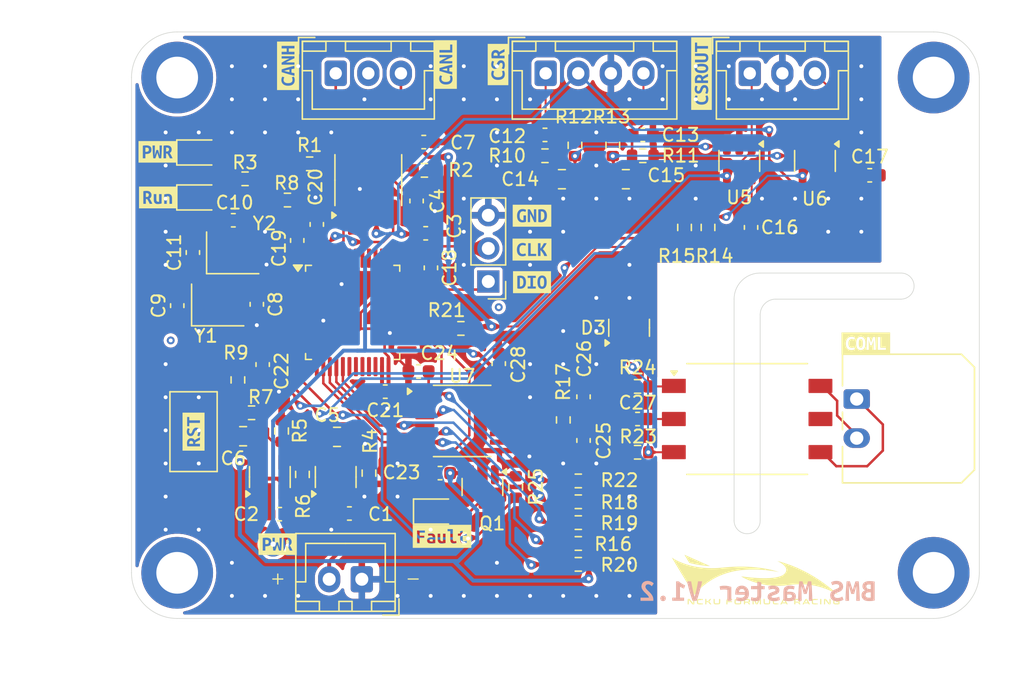
<source format=kicad_pcb>
(kicad_pcb (version 20221018) (generator pcbnew)
  (title_block (date "2025-03-02") (rev "V1.2"))
  (layers (0 "F.Cu" signal) (31 "B.Cu" signal) (34 "B.Paste" user) (35 "F.Paste" user) (36 "B.SilkS" user "B.Silkscreen") (37 "F.SilkS" user "F.Silkscreen") (38 "B.Mask" user) (39 "F.Mask" user) (44 "Edge.Cuts" user))
  (net 0 "")
  (net 1 "GND")
  (net 2 "+24V")
  (net 3 "+5V")
  (net 4 "VIO")
  (net 5 "Net-(C4-Pad2)")
  (net 6 "Net-(U4-PD0)")
  (net 7 "/LSE_IN")
  (net 8 "/LSE_OUT")
  (net 9 "Net-(U4-PD1)")
  (net 10 "Net-(J6-Pin_1)")
  (net 11 "Net-(J3-Pin_1)")
  (net 12 "COMLP")
  (net 13 "COMLN")
  (net 14 "Net-(U6-+)")
  (net 15 "Net-(J3-Pin_4)")
  (net 16 "Net-(U5-+)")
  (net 17 "Net-(D1-A)")
  (net 18 "Net-(D2-A)")
  (net 19 "Net-(U7-DVDD)")
  (net 20 "SWDIO")
  (net 21 "SWCLK")
  (net 22 "Net-(C27-Pad1)")
  (net 23 "Net-(D3-A2)")
  (net 24 "Net-(D3-A1)")
  (net 25 "Net-(D4-A)")
  (net 26 "CAN_P")
  (net 28 "CAN_N")
  (net 29 "Net-(Q1-B)")
  (net 30 "Net-(U1-ADJ)")
  (net 31 "Net-(U2-ADJ)")
  (net 32 "Net-(SW1-B)")
  (net 33 "RUN_LED")
  (net 34 "SCLK")
  (net 35 "MOSI")
  (net 36 "MISO")
  (net 37 "nCS")
  (net 38 "SPI_RDY")
  (net 39 "NFAULT")
  (net 40 "Net-(J6-Pin_2)")
  (net 41 "CRS1_DIV")
  (net 42 "CRS2")
  (net 44 "BMS_FAULT")
  (net 47 "CRS1")
  (net 67 "CAN_RX")
  (net 68 "CAN_TX")
  (footprint "Capacitor_SMD:C_0603_1608Metric" (layer "F.Cu") (at 69.005 62.5 90)
    (fp_text reference "C9")
    (fp_text value "20p")
  )
  (footprint "Capacitor_SMD:C_0603_1608Metric" (layer "F.Cu") (at 89.155 75.35)
    (fp_text reference "C23")
    (fp_text value "220n")
  )
  (footprint "kibuzzard-679F56A8" (layer "F.Cu") (at 96.205 60.7)
    (fp_text reference "kibuzzard-679F56A8" hide)
    (fp_text value "G***" hide)
  )
  (footprint "Resistor_SMD:R_0603_1608Metric" (layer "F.Cu") (at 99.755 82.35 180)
    (fp_text reference "R20")
    (fp_text value "10K")
  )
  (footprint "Capacitor_SMD:C_0603_1608Metric" (layer "F.Cu") (at 88.055 56.95 180)
    (fp_text reference "C3")
    (fp_text value "100n")
  )
  (footprint "Resistor_SMD:R_0603_1608Metric" (layer "F.Cu") (at 90.755 64.25 180)
    (fp_text reference "R21")
    (fp_text value "100K")
  )
  (footprint "Resistor_SMD:R_0603_1608Metric" (layer "F.Cu") (at 99.755 77.55 180)
    (fp_text reference "R18")
    (fp_text value "10K")
  )
  (footprint "Crystal:Crystal_SMD_SeikoEpson_FA238-4Pin_3.2x2.5mm" (layer "F.Cu") (at 73.255 58.45)
    (fp_text reference "Y2")
    (fp_text value "32.768k")
  )
  (footprint "Connector_JST:JST_XH_B3B-XH-A_1x03_P2.50mm_Vertical" (layer "F.Cu") (at 112.9 44.675)
    (fp_text reference "J5" hide)
    (fp_text value "Conn_CSROUT")
  )
  (footprint "Logos:fsae_logo" (layer "F.Cu") (at 113.427225 83.516489)
    (fp_text reference "G***" hide)
    (fp_text value "LOGO" hide)
  )
  (footprint "Resistor_SMD:R_0603_1608Metric" (layer "F.Cu") (at 107.9 56.5 90)
    (fp_text reference "R15")
    (fp_text value "200k")
  )
  (footprint "Capacitor_SMD:C_0603_1608Metric" (layer "F.Cu") (at 76.855 78.5)
    (fp_text reference "C2")
    (fp_text value "1u")
  )
  (footprint "Capacitor_SMD:C_0603_1608Metric" (layer "F.Cu") (at 75.105 62.4 -90)
    (fp_text reference "C8")
    (fp_text value "20p")
  )
  (footprint "Resistor_SMD:R_0603_1608Metric" (layer "F.Cu") (at 99.755 79.15 180)
    (fp_text reference "R19")
    (fp_text value "10K")
  )
  (footprint "Connector_JST:JST_XH_B4B-XH-A_1x04_P2.50mm_Vertical" (layer "F.Cu") (at 97.25 44.675)
    (fp_text reference "J3" hide)
    (fp_text value "Conn_CSR")
  )
  (footprint "Package_SO:SOIC-8_3.9x4.9mm_P1.27mm" (layer "F.Cu") (at 83.655 52.87 90)
    (fp_text reference "U3" hide)
    (fp_text value "SN65HVD256D")
  )
  (footprint "Resistor_SMD:R_0603_1608Metric" (layer "F.Cu") (at 94.955 76.4125 -90)
    (fp_text reference "R25")
    (fp_text value "10K")
  )
  (footprint "Connector_PinHeader_2.54mm:PinHeader_1x03_P2.54mm_Vertical" (layer "F.Cu") (at 92.855 60.65 180)
    (fp_text reference "J4" hide)
    (fp_text value "PROG")
  )
  (footprint "Button_Switch_SMD:SW_SPST_FSMSM" (layer "F.Cu") (at 70.255 72.17 90)
    (fp_text reference "SW1" hide)
    (fp_text value "SW_SPST")
  )
  (footprint "Capacitor_SMD:C_0805_2012Metric" (layer "F.Cu") (at 74.055 72.52)
    (fp_text reference "C6")
    (fp_text value "10u")
  )
  (footprint "Resistor_SMD:R_0603_1608Metric" (layer "F.Cu") (at 104.3 68.7)
    (fp_text reference "R24")
    (fp_text value "49R")
  )
  (footprint "kibuzzard-679F52BD" (layer "F.Cu") (at 67.505 50.7)
    (fp_text reference "kibuzzard-679F52BD" hide)
    (fp_text value "G***" hide)
  )
  (footprint "kibuzzard-679F551A" (layer "F.Cu") (at 121.8 65.4)
    (fp_text reference "kibuzzard-679F551A" hide)
    (fp_text value "G***" hide)
  )
  (footprint "Resistor_SMD:R_0603_1608Metric" (layer "F.Cu") (at 99.755 80.75)
    (fp_text reference "R16")
    (fp_text value "10K")
  )
  (footprint "Capacitor_SMD:C_0805_2012Metric" (layer "F.Cu") (at 81.255 72.57 180)
    (fp_text reference "C5")
    (fp_text value "10u")
  )
  (footprint "MountingHole:MountingHole_3.2mm_M3_ISO14580_Pad" (layer "F.Cu") (at 69 83)
    (fp_text reference "H4" hide)
    (fp_text value "MountingHole_Pad")
  )
  (footprint "LED_SMD:LED_0805_2012Metric" (layer "F.Cu") (at 88.805 78.3)
    (fp_text reference "D4" hide)
    (fp_text value "FAULT_RED")
  )
  (footprint "Resistor_SMD:R_0603_1608Metric" (layer "F.Cu") (at 74.205 52.77)
    (fp_text reference "R3")
    (fp_text value "1k")
  )
  (footprint "Capacitor_SMD:C_0603_1608Metric" (layer "F.Cu") (at 100.155 72.845 -90)
    (fp_text reference "C25")
    (fp_text value "220p")
  )
  (footprint "kibuzzard-679F55A0" (layer "F.Cu") (at 89.6 44 90)
    (fp_text reference "kibuzzard-679F55A0" hide)
    (fp_text value "G***" hide)
  )
  (footprint "Package_TO_SOT_SMD:SOT-23" (layer "F.Cu") (at 103.65 64.2 90)
    (fp_text reference "D3")
    (fp_text value "DESD12VL2BTQ")
  )
  (footprint "Resistor_SMD:R_0603_1608Metric" (layer "F.Cu") (at 98.605 71.27 90)
    (fp_text reference "R17")
    (fp_text value "1k")
  )
  (footprint "Capacitor_SMD:C_0603_1608Metric" (layer "F.Cu") (at 122.1 52.5)
    (fp_text reference "C17")
    (fp_text value "100n")
  )
  (footprint "kibuzzard-679F5696" (layer "F.Cu") (at 96.205 55.6)
    (fp_text reference "kibuzzard-679F5696" hide)
    (fp_text value "G***" hide)
  )
  (footprint "Capacitor_SMD:C_0805_2012Metric" (layer "F.Cu") (at 103.4 52.8)
    (fp_text reference "C15")
    (fp_text value "220n")
  )
  (footprint "Resistor_SMD:R_0603_1608Metric" (layer "F.Cu") (at 79.155 51.62)
    (fp_text reference "R1")
    (fp_text value "60R")
  )
  (footprint "Resistor_SMD:R_0603_1608Metric" (layer "F.Cu") (at 99.755 75.95 180)
    (fp_text reference "R22")
    (fp_text value "100K")
  )
  (footprint "MountingHole:MountingHole_3.2mm_M3_ISO14580_Pad" (layer "F.Cu") (at 127 45)
    (fp_text reference "H2" hide)
    (fp_text value "MountingHole_Pad")
  )
  (footprint "Package_SO:TSSOP-16_4.4x5mm_P0.65mm" (layer "F.Cu") (at 90.85 71.35)
    (fp_text reference "U7")
    (fp_text value "BQ79600-Q1")
  )
  (footprint "Package_TO_SOT_SMD:SOT-23-5" (layer "F.Cu") (at 112.1 51.4 -90)
    (fp_text reference "U5")
    (fp_text value "TLV2371DBV")
  )
  (footprint "Crystal:Crystal_SMD_SeikoEpson_FA238-4Pin_3.2x2.5mm" (layer "F.Cu") (at 72.105 62.45)
    (fp_text reference "Y1")
    (fp_text value "8M")
  )
  (footprint "kibuzzard-679F56A0" (layer "F.Cu") (at 96.205 58.2)
    (fp_text reference "kibuzzard-679F56A0" hide)
    (fp_text value "G***" hide)
  )
  (footprint "Capacitor_SMD:C_0603_1608Metric" (layer "F.Cu") (at 97.2 49.4 180)
    (fp_text reference "C12")
    (fp_text value "100n")
  )
  (footprint "kibuzzard-679F5580" (layer "F.Cu") (at 70.255 72.17 90)
    (fp_text reference "kibuzzard-679F5580" hide)
    (fp_text value "G***" hide)
  )
  (footprint "Capacitor_SMD:C_0603_1608Metric" (layer "F.Cu") (at 75.555 67.02 -90)
    (fp_text reference "C22")
    (fp_text value "100n")
  )
  (footprint "Resistor_SMD:R_0603_1608Metric" (layer "F.Cu") (at 73.655 68.2 90)
    (fp_text reference "R9")
    (fp_text value "10k")
  )
  (footprint "Resistor_SMD:R_0603_1608Metric" (layer "F.Cu") (at 74.705 70.72 180)
    (fp_text reference "R7")
    (fp_text value "165k")
  )
  (footprint "MountingHole:MountingHole_3.2mm_M3_ISO14580_Pad" (layer "F.Cu") (at 127 83)
    (fp_text reference "H1" hide)
    (fp_text value "MountingHole_Pad")
  )
  (footprint "kibuzzard-67C3D8F9" (layer "F.Cu") (at 93.6 44 90)
    (fp_text reference "kibuzzard-67C3D8F9" hide)
    (fp_text value "G***" hide)
  )
  (footprint "Package_QFP:LQFP-48_7x7mm_P0.5mm" (layer "F.Cu") (at 82.455 63.02)
    (fp_text reference "U4" hide)
    (fp_text value "STM32F103C8Tx")
  )
  (footprint "LED_SMD:LED_0805_2012Metric" (layer "F.Cu") (at 70.655 50.75)
    (fp_text reference "D1" hide)
    (fp_text value "PWR_Yellow")
  )
  (footprint "Resistor_SMD:R_0603_1608Metric" (layer "F.Cu") (at 77.005 72.12 -90)
    (fp_text reference "R5")
    (fp_text value "100k")
  )
  (footprint "Package_TO_SOT_SMD:SOT-23" (layer "F.Cu") (at 92.405 76.4125 -90)
    (fp_text reference "Q1")
    (fp_text value "BC807")
  )
  (footprint "kibuzzard-679F55F7" (layer "F.Cu") (at 89.305 80.2)
    (fp_text reference "kibuzzard-679F55F7" hide)
    (fp_text value "G***" hide)
  )
  (footprint "Package_TO_SOT_SMD:SOT-23-5" (layer "F.Cu") (at 81.155 75.65 90)
    (fp_text reference "U1" hide)
    (fp_text value "AP2204K-ADJ")
  )
  (footprint "Resistor_SMD:R_0603_1608Metric" (layer "F.Cu") (at 77.455 54.4)
    (fp_text reference "R8")
    (fp_text value "1k")
  )
  (footprint "Connector_JST:JST_XH_B3B-XH-A_1x03_P2.50mm_Vertical" (layer "F.Cu") (at 81.155 44.675)
    (fp_text reference "J2" hide)
    (fp_text value "Conn_CAN")
  )
  (footprint "Capacitor_SMD:C_0603_1608Metric" (layer "F.Cu") (at 87.355 54.47 90)
    (fp_text reference "C4")
    (fp_text value "1u")
  )
  (footprint "Capacitor_SMD:C_0603_1608Metric" (layer "F.Cu") (at 82.205 78.45)
    (fp_text reference "C1")
    (fp_text value "1u")
  )
  (footprint "Transformer_SMD:Transformer_Wuerth_750315371" (layer "F.Cu") (at 112.7 71.2)
    (fp_text reference "TR1" hide)
    (fp_text value "Wuerth_750319696")
  )
  (footprint "Capacitor_SMD:C_0603_1608Metric" (layer "F.Cu") (at 113 56.5 -90)
    (fp_text reference "C16")
    (fp_text value "100n")
  )
  (footprint "Connector_Molex:Molex_Micro-Fit_3.0_43650-0200_1x02_P3.00mm_Horizontal" (layer "F.Cu") (at 121.1 69.665 -90)
    (fp_text reference "J6" hide)
    (fp_text value "BMS_M_IN")
  )
  (footprint "Resistor_SMD:R_0603_1608Metric" (layer "F.Cu") (at 83.705 75.35 90)
    (fp_text reference "R4")
    (fp_text value "100k")
  )
  (footprint "Capacitor_SMD:C_0603_1608Metric" (layer "F.Cu") (at 93.655 66.95 90)
    (fp_text reference "C28")
    (fp_text value "220n")
  )
  (footprint "MountingHole:MountingHole_3.2mm_M3_ISO14580_Pad" (layer "F.Cu") (at 69 45)
    (fp_text reference "H3" hide)
    (fp_text value "MountingHole_Pad")
  )
  (footprint "Resistor_SMD:R_0603_1608Metric" (layer "F.Cu") (at 104.3 73.75)
    (fp_text reference "R23")
    (fp_text value "49R")
  )
  (footprint "kibuzzard-679F55DD" (layer "F.Cu") (at 77.5 44.1 90)
    (fp_text reference "kibuzzard-679F55DD" hide)
    (fp_text value "G***" hide)
  )
  (footprint "Capacitor_SMD:C_0603_1608Metric" (layer "F.Cu") (at 87.905 49.95 180)
    (fp_text reference "C7")
    (fp_text value "100n")
  )
  (footprint "kibuzzard-67C3D9C1" (layer "F.Cu") (at 109.2 44.7 90)
    (fp_text reference "kibuzzard-67C3D9C1" hide)
    (fp_text value "G***" hide)
  )
  (footprint "kibuzzard-679F561D" (layer "F.Cu") (at 76.7 80.8)
    (fp_text reference "kibuzzard-679F561D" hide)
    (fp_text value "G***" hide)
  )
  (footprint "Capacitor_SMD:C_0603_1608Metric" (layer "F.Cu") (at 87.505 67.55)
    (fp_text reference "C24")
    (fp_text value "220n")
  )
  (footprint "Resistor_SMD:R_0603_1608Metric" (layer "F.Cu") (at 78.605 75.45 -90)
    (fp_text reference "R6")
    (fp_text value "301k")
  )
  (footprint "Capacitor_SMD:C_0603_1608Metric" (layer "F.Cu") (at 84.955 69.1 180)
    (fp_text reference "C21")
    (fp_text value "100n")
  )
  (footprint "Capacitor_SMD:C_0603_1608Metric" (layer "F.Cu") (at 78.205 57.5 90)
    (fp_text reference "C19")
    (fp_text value "100n")
  )
  (footprint "Capacitor_SMD:C_0603_1608Metric" (layer "F.Cu") (at 104.3 71.2 180)
    (fp_text reference "C27")
    (fp_text value "100p")
  )
  (footprint "Resistor_SMD:R_0603_1608Metric" (layer "F.Cu") (at 87.955 52.12)
    (fp_text reference "R2")
    (fp_text value "60R")
  )
  (footprint "Package_TO_SOT_SMD:SOT-23-5" (layer "F.Cu") (at 117.9 51.4 -90)
    (fp_text reference "U6")
    (fp_text value "TLV2371DBV")
  )
  (footprint "Capacitor_SMD:C_0603_1608Metric" (layer "F.Cu") (at 88.455 59.6 -90)
    (fp_text reference "C18")
    (fp_text value "100n")
  )
  (footprint "Resistor_SMD:R_0603_1608Metric" (layer "F.Cu") (at 97.2 51 180)
    (fp_text reference "R10")
    (fp_text value "10K")
  )
  (footprint "kibuzzard-679F52AD" (layer "F.Cu") (at 67.505 54.2)
    (fp_text reference "kibuzzard-679F52AD" hide)
    (fp_text value "G***" hide)
  )
  (footprint "Resistor_SMD:R_0603_1608Metric" (layer "F.Cu") (at 99.5 50.2 90)
    (fp_text reference "R12")
    (fp_text value "10K")
  )
  (footprint "Capacitor_SMD:C_0603_1608Metric" (layer "F.Cu") (at 70.205 58.425 90)
    (fp_text reference "C11")
    (fp_text value "20p")
  )
  (footprint "Capacitor_SMD:C_0603_1608Metric" (layer "F.Cu") (at 104.7 49.4)
    (fp_text reference "C13")
    (fp_text value "100n")
  )
  (footprint "Package_TO_SOT_SMD:SOT-23-5" (layer "F.Cu") (at 76.105 75.65 90)
    (fp_text reference "U2" hide)
    (fp_text value "AP2204K-ADJ")
  )
  (footprint "Capacitor_SMD:C_0805_2012Metric" (layer "F.Cu") (at 98.5 52.8 180)
    (fp_text reference "C14")
    (fp_text value "220n")
  )
  (footprint "Connector_JST:JST_XH_B2B-XH-A_1x02_P2.50mm_Vertical" (layer "F.Cu") (at 83.155 83.495 180)
    (fp_text reference "J1" hide)
    (fp_text value "Conn_PWR")
  )
  (footprint "LED_SMD:LED_0805_2012Metric" (layer "F.Cu") (at 70.655 54.2)
    (fp_text reference "D2" hide)
    (fp_text value "RUN_GREEN")
  )
  (footprint "Capacitor_SMD:C_0603_1608Metric" (layer "F.Cu") (at 79.705 56.27 90)
    (fp_text reference "C20")
    (fp_text value "100n")
  )
  (footprint "Resistor_SMD:R_0603_1608Metric" (layer "F.Cu") (at 102.4 50.2 90)
    (fp_text reference "R13")
    (fp_text value "10K")
  )
  (footprint "Capacitor_SMD:C_0603_1608Metric" (layer "F.Cu") (at 73.305 55.95 180)
    (fp_text reference "C10")
    (fp_text value "20p")
  )
  (footprint "Resistor_SMD:R_0603_1608Metric" (layer "F.Cu") (at 109.7 56.5 -90)
    (fp_text reference "R14")
    (fp_text value "100k")
  )
  (footprint "Capacitor_SMD:C_0603_1608Metric" (layer "F.Cu") (at 100.155 69.495 90)
    (fp_text reference "C26")
    (fp_text value "220p")
  )
  (footprint "Resistor_SMD:R_0603_1608Metric" (layer "F.Cu") (at 104.7 51)
    (fp_text reference "R11")
    (fp_text value "10K")
  )
  (footprint "kibuzzard-67C3D81C" (layer "B.Cu") (at 113.5 84.4 180)
    (fp_text reference "kibuzzard-67C3D81C" hide)
    (fp_text value "G***" hide)
  )
  (gr_arc (start 124.5 60) (mid 125.5 61) (end 124.5 62) (stroke (width 0.05)) (layer "Edge.Cuts"))
  (gr_arc (start 113.7 63.2) (mid 114.051472 62.351472) (end 114.9 62) (stroke (width 0.05)) (layer "Edge.Cuts"))
  (gr_line (start 113.7 79) (end 113.7 63.2) (stroke (width 0.05)) (layer "Edge.Cuts"))
  (gr_arc (start 113.7 79) (mid 112.7 80) (end 111.7 79) (stroke (width 0.05)) (layer "Edge.Cuts"))
  (gr_arc (start 127 41.5) (mid 129.474874 42.525126) (end 130.5 45) (stroke (width 0.05)) (layer "Edge.Cuts"))
  (gr_line (start 69 41.5) (end 127 41.5) (stroke (width 0.05)) (layer "Edge.Cuts"))
  (gr_line (start 111.7 79) (end 111.7 62) (stroke (width 0.05)) (layer "Edge.Cuts"))
  (gr_arc (start 65.5 45) (mid 66.525126 42.525126) (end 69 41.5) (stroke (width 0.05)) (layer "Edge.Cuts"))
  (gr_arc (start 69 86.5) (mid 66.525126 85.474874) (end 65.5 83) (stroke (width 0.05)) (layer "Edge.Cuts"))
  (gr_arc (start 130.5 83) (mid 129.474874 85.474874) (end 127 86.5) (stroke (width 0.05)) (layer "Edge.Cuts"))
  (gr_line (start 130.5 45) (end 130.5 83) (stroke (width 0.05)) (layer "Edge.Cuts"))
  (gr_line (start 113.7 60) (end 124.5 60) (stroke (width 0.05)) (layer "Edge.Cuts"))
  (gr_arc (start 111.7 62) (mid 112.285786 60.585786) (end 113.7 60) (stroke (width 0.05)) (layer "Edge.Cuts"))
  (gr_line (start 127 86.5) (end 69 86.5) (stroke (width 0.05)) (layer "Edge.Cuts"))
  (gr_line (start 124.5 62) (end 114.9 62) (stroke (width 0.05)) (layer "Edge.Cuts"))
  (gr_line (start 65.5 83) (end 65.5 45) (stroke (width 0.05)) (layer "Edge.Cuts"))
  (gr_text "+            -" (at 81.905 83.4) (layer "F.SilkS") (effects (font (size 1 1) (thickness 0.1))))
  (via (at 68.505 65.17) (size 0.6) (drill 0.3) (layers "F.Cu" "B.Cu") (net 0))
  (via (at 93.655 62.62) (size 0.6) (drill 0.3) (layers "F.Cu" "B.Cu") (net 0))
  (segment (start 85.105 70.4) (end 84.955 70.4) (width 0.2) (layer "F.Cu") (net 1))
  (segment (start 80.47259 59.895) (end 80.205 59.62741) (width 0.2) (layer "F.Cu") (net 1))
  (segment (start 82.205 72.57) (end 82.875 72.57) (width 0.2) (layer "F.Cu") (net 1))
  (segment (start 95.56 73.625) (end 96.005 74.07) (width 0.2) (layer "F.Cu") (net 1))
  (segment (start 105.525 51) (end 105.525 51.625) (width 0.2) (layer "F.Cu") (net 1))
  (segment (start 87.36 55.25) (end 87.355 55.245) (width 0.2) (layer "F.Cu") (net 1))
  (segment (start 80.085 63.77) (end 78.2925 63.77) (width 0.2) (layer "F.Cu") (net 1))
  (segment (start 74.355 59.25) (end 74.055 59.25) (width 0.2) (layer "F.Cu") (net 1))
  (segment (start 84.705 68.575) (end 84.705 67.1825) (width 0.3) (layer "F.Cu") (net 1))
  (segment (start 85.305 64.6) (end 85.305 65.946904) (width 0.2) (layer "F.Cu") (net 1))
  (segment (start 76.105 76.7875) (end 76.105 78.475) (width 0.3) (layer "F.Cu") (net 1))
  (segment (start 81.605 60.85) (end 81.705 60.75) (width 0.2) (layer "F.Cu") (net 1))
  (segment (start 93.7125 73.625) (end 95.56 73.625) (width 0.2) (layer "F.Cu") (net 1))
  (segment (start 105.475 50.95) (end 105.525 51) (width 0.2) (layer "F.Cu") (net 1))
  (segment (start 86.73 67.371904) (end 86.73 67.55) (width 0.2) (layer "F.Cu") (net 1))
  (segment (start 78.205 56.725) (end 78.475 56.725) (width 0.3) (layer "F.Cu") (net 1))
  (segment (start 81.705 58.8575) (end 81.705 59.62741) (width 0.2) (layer "F.Cu") (net 1))
  (segment (start 82.875 72.57) (end 83.405 73.1) (width 0.2) (layer "F.Cu") (net 1))
  (segment (start 80.205 59.62741) (end 80.205 58.8575) (width 0.2) (layer "F.Cu") (net 1))
  (segment (start 83.005 55.33) (end 83.02 55.345) (width 0.2) (layer "F.Cu") (net 1))
  (segment (start 78.475 56.725) (end 79.705 55.495) (width 0.3) (layer "F.Cu") (net 1))
  (segment (start 76.105 78.475) (end 76.08 78.5) (width 0.3) (layer "F.Cu") (net 1))
  (segment (start 79.605 54.2) (end 79.605 55.395) (width 0.2) (layer "F.Cu") (net 1))
  (segment (start 84.18 69.1) (end 84.705 68.575) (width 0.3) (layer "F.Cu") (net 1))
  (segment (start 75.105 64) (end 75.105 63.175) (width 0.2) (layer "F.Cu") (net 1))
  (segment (start 88.755 56.875) (end 88.83 56.95) (width 0.2) (layer "F.Cu") (net 1))
  (segment (start 79.605 55.395) (end 79.705 55.495) (width 0.2) (layer "F.Cu") (net 1))
  (segment (start 81.43741 59.895) (end 80.47259 59.895) (width 0.2) (layer "F.Cu") (net 1))
  (segment (start 84.955 70.4) (end 84.18 69.625) (width 0.2) (layer "F.Cu") (net 1))
  (segment (start 84.18 69.625) (end 84.18 69.1) (width 0.2) (layer "F.Cu") (net 1))
  (segment (start 105.475 49.4) (end 105.475 50.95) (width 0.2) (layer "F.Cu") (net 1))
  (segment (start 83.005 53.55) (end 83.005 55.33) (width 0.2) (layer "F.Cu") (net 1))
  (segment (start 85.305 65.946904) (end 86.73 67.371904) (width 0.2) (layer "F.Cu") (net 1))
  (segment (start 80.205 63.65) (end 80.085 63.77) (width 0.2) (layer "F.Cu") (net 1))
  (segment (start 88.755 55.25) (end 87.36 55.25) (width 0.2) (layer "F.Cu") (net 1))
  (segment (start 88.06 60.77) (end 86.6175 60.77) (width 0.2) (layer "F.Cu") (net 1))
  (segment (start 88.455 60.375) (end 88.06 60.77) (width 0.2) (layer "F.Cu") (net 1))
  (segment (start 105.525 51.625) (end 104.35 52.8) (width 0.2) (layer "F.Cu") (net 1))
  (segment (start 88.755 55.25) (end 88.755 56.875) (width 0.2) (layer "F.Cu") (net 1))
  (segment (start 81.155 76.7875) (end 81.155 78.175) (width 0.3) (layer "F.Cu") (net 1))
  (segment (start 81.705 59.62741) (end 81.43741 59.895) (width 0.2) (layer "F.Cu") (net 1))
  (segment (start 81.155 78.175) (end 81.43 78.45) (width 0.3) (layer "F.Cu") (net 1))
  (segment (start 81.705 60.75) (end 81.705 58.8575) (width 0.2) (layer "F.Cu") (net 1))
  (via (at 90.975477 59.37) (size 0.6) (drill 0.3) (layers "F.Cu" "B.Cu") (net 1))
  (via (at 103.675477 84.77) (size 0.6) (drill 0.3) (layers "F.Cu" "B.Cu") (net 1))
  (via (at 90.975477 84.77) (size 0.6) (drill 0.3) (layers "F.Cu" "B.Cu") (net 1))
  (via (at 73.195477 46.67) (size 0.6) (drill 0.3) (layers "F.Cu" "B.Cu") (net 1))
  (via (at 93.515477 82.23) (size 0.6) (drill 0.3) (layers "F.Cu" "B.Cu") (net 1))
  (via (at 85.895477 84.77) (size 0.6) (drill 0.3) (layers "F.Cu" "B.Cu") (net 1))
  (via (at 73.195477 44.13) (size 0.6) (drill 0.3) (layers "F.Cu" "B.Cu") (net 1))
  (via (at 81.605 60.85) (size 0.7) (drill 0.3) (layers "F.Cu" "B.Cu") (net 1))
  (via (at 106.215477 44.13) (size 0.6) (drill 0.3) (layers "F.Cu" "B.Cu") (net 1))
  (via (at 75.735477 46.67) (size 0.6) (drill 0.3) (layers "F.Cu" "B.Cu") (net 1))
  (via (at 106.215477 46.67) (size 0.6) (drill 0.3) (layers "F.Cu" "B.Cu") (net 1))
  (via (at 80.815477 49.21) (size 0.6) (drill 0.3) (layers "F.Cu" "B.Cu") (net 1))
  (via (at 116.375477 54.29) (size 0.6) (drill 0.3) (layers "F.Cu" "B.Cu") (net 1))
  (via (at 116.375477 56.83) (size 0.6) (drill 0.3) (layers "F.Cu" "B.Cu") (net 1))
  (via (at 103.675477 54.29) (size 0.6) (drill 0.3) (layers "F.Cu" "B.Cu") (net 1))
  (via (at 103.675477 79.69) (size 0.6) (drill 0.3) (layers "F.Cu" "B.Cu") (net 1))
  (via (at 83.405 73.1) (size 0.6) (drill 0.3) (layers "F.Cu" "B.Cu") (net 1))
  (via (at 98.595477 84.77) (size 0.6) (drill 0.3) (layers "F.Cu" "B.Cu") (net 1))
  (via (at 68.115477 72.07) (size 0.6) (drill 0.3) (layers "F.Cu" "B.Cu") (net 1))
  (via (at 70.655477 72.07) (size 0.6) (drill 0.3) (layers "F.Cu" "B.Cu") (net 1))
  (via (at 98.595477 74.61) (size 0.6) (drill 0.3) (layers "F.Cu" "B.Cu") (net 1))
  (via (at 70.655477 64.45) (size 0.6) (drill 0.3) (layers "F.Cu" "B.Cu") (net 1))
  (via (at 83.355477 46.67) (size 0.6) (drill 0.3) (layers "F.Cu" "B.Cu") (net 1))
  (via (at 68.115477 77.15) (size 0.6) (drill 0.3) (layers "F.Cu" "B.Cu") (net 1))
  (via (at 93.515477 46.67) (size 0.6) (drill 0.3) (layers "F.Cu" "B.Cu") (net 1))
  (via (at 101.135477 54.29) (size 0.6) (drill 0.3) (layers "F.Cu" "B.Cu") (net 1))
  (via (at 68.115477 79.69) (size 0.6) (drill 0.3) (layers "F.Cu" "B.Cu") (net 1))
  (via (at 96.055477 69.53) (size 0.6) (drill 0.3) (layers "F.Cu" "B.Cu") (net 1))
  (via (at 79.605 54.2) (size 0.7) (drill 0.3) (layers "F.Cu" "B.Cu") (net 1))
  (via (at 78.275477 44.13) (size 0.6) (drill 0.3) (layers "F.Cu" "B.Cu") (net 1))
  (via (at 118.915477 56.83) (size 0.6) (drill 0.3) (layers "F.Cu" "B.Cu") (net 1))
  (via (at 93.515477 44.13) (size 0.6) (drill 0.3) (layers "F.Cu" "B.Cu") (net 1))
  (via (at 96.055477 56.83) (size 0.6) (drill 0.3) (layers "F.Cu" "B.Cu") (net 1))
  (via (at 70.655477 49.21) (size 0.6) (drill 0.3) (layers "F.Cu" "B.Cu") (net 1))
  (via (at 70.655477 69.53) (size 0.6) (drill 0.3) (layers "F.Cu" "B.Cu") (net 1))
  (via (at 111.295477 46.67) (size 0.6) (drill 0.3) (layers "F.Cu" "B.Cu") (net 1))
  (via (at 101.135477 84.77) (size 0.6) (drill 0.3) (layers "F.Cu" "B.Cu") (net 1))
  (via (at 98.595477 56.83) (size 0.6) (drill 0.3) (layers "F.Cu" "B.Cu") (net 1))
  (via (at 73.195477 84.77) (size 0.6) (drill 0.3) (layers "F.Cu" "B.Cu") (net 1))
  (via (at 88.435477 46.67) (size 0.6) (drill 0.3) (layers "F.Cu" "B.Cu") (net 1))
  (via (at 88.435477 44.13) (size 0.6) (drill 0.3) (layers "F.Cu" "B.Cu") (net 1))
  (via (at 101.135477 64.45) (size 0.6) (drill 0.3) (layers "F.Cu" "B.Cu") (net 1))
  (via (at 68.115477 56.83) (size 0.6) (drill 0.3) (layers "F.Cu" "B.Cu") (net 1))
  (via (at 68.115477 74.61) (size 0.6) (drill 0.3) (layers "F.Cu" "B.Cu") (net 1))
  (via (at 85.895477 77.15) (size 0.6) (drill 0.3) (layers "F.Cu" "B.Cu") (net 1))
  (via (at 103.675477 61.91) (size 0.6) (drill 0.3) (layers "F.Cu" "B.Cu") (net 1))
  (via (at 68.115477 49.21) (size 0.6) (drill 0.3) (layers "F.Cu" "B.Cu") (net 1))
  (via (at 85.105 70.4) (size 0.6) (drill 0.3) (layers "F.Cu" "B.Cu") (net 1))
  (via (at 68.115477 51.75) (size 0.6) (drill 0.3) (layers "F.Cu" "B.Cu") (net 1))
  (via (at 98.595477 64.45) (size 0.6) (drill 0.3) (layers "F.Cu" "B.Cu") (net 1))
  (via (at 80.815477 79.69) (size 0.6) (drill 0.3) (layers "F.Cu" "B.Cu") (net 1))
  (via (at 68.115477 69.53) (size 0.6) (drill 0.3) (layers "F.Cu" "B.Cu") (net 1))
  (via (at 113.835477 46.67) (size 0.6) (drill 0.3) (layers "F.Cu" "B.Cu") (net 1))
  (via (at 108.755477 51.75) (size 0.6) (drill 0.3) (layers "F.Cu" "B.Cu") (net 1))
  (via (at 121.455477 46.67) (size 0.6) (drill 0.3) (layers "F.Cu" "B.Cu") (net 1))
  (via (at 96.055477 59.37) (size 0.6) (drill 0.3) (layers "F.Cu" "B.Cu") (net 1))
  (via (at 93.515477 51.75) (size 0.6) (drill 0.3) (layers "F.Cu" "B.Cu") (net 1))
  (via (at 101.135477 51.75) (size 0.6) (drill 0.3) (layers "F.Cu" "B.Cu") (net 1))
  (via (at 68.115477 54.29) (size 0.6) (drill 0.3) (layers "F.Cu" "B.Cu") (net 1))
  (via (at 96.055477 66.99) (size 0.6) (drill 0.3) (layers "F.Cu" "B.Cu") (net 1))
  (via (at 75.735477 44.13) (size 0.6) (drill 0.3) (layers "F.Cu" "B.Cu") (net 1))
  (via (at 96.055477 84.77) (size 0.6) (drill 0.3) (layers "F.Cu" "B.Cu") (net 1))
  (via (at 90.975477 46.67) (size 0.6) (drill 0.3) (layers "F.Cu" "B.Cu") (net 1))
  (via (at 78.275477 46.67) (size 0.6) (drill 0.3) (layers "F.Cu" "B.Cu") (net 1))
  (via (at 75.735477 56.83) (size 0.6) (drill 0.3) (layers "F.Cu" "B.Cu") (net 1))
  (via (at 121.455477 44.13) (size 0.6) (drill 0.3) (layers "F.Cu" "B.Cu") (net 1))
  (via (at 113.835477 54.29) (size 0.6) (drill 0.3) (layers "F.Cu" "B.Cu") (net 1))
  (via (at 103.675477 59.37) (size 0.6) (drill 0.3) (layers "F.Cu" "B.Cu") (net 1))
  (via (at 68.115477 59.37) (size 0.6) (drill 0.3) (layers "F.Cu" "B.Cu") (net 1))
  (via (at 93.515477 84.77) (size 0.6) (drill 0.3) (layers "F.Cu" "B.Cu") (net 1))
  (via (at 90.975477 44.13) (size 0.6) (drill 0.3) (layers "F.Cu" "B.Cu") (net 1))
  (via (at 96.055477 46.67) (size 0.6) (drill 0.3) (layers "F.Cu" "B.Cu") (net 1))
  (via (at 88.755 55.25) (size 0.7) (drill 0.3) (layers "F.Cu" "B.Cu") (net 1))
  (via (at 78.275477 84.77) (size 0.6) (drill 0.3) (layers "F.Cu" "B.Cu") (net 1))
  (via (at 116.375477 46.67) (size 0.6) (drill 0.3) (layers "F.Cu" "B.Cu") (net 1))
  (via (at 101.135477 61.91) (size 0.6) (drill 0.3) (layers "F.Cu" "B.Cu") (net 1))
  (via (at 103.675477 77.15) (size 0.6) (drill 0.3) (layers "F.Cu" "B.Cu") (net 1))
  (via (at 75.735477 49.21) (size 0.6) (drill 0.3) (layers "F.Cu" "B.Cu") (net 1))
  (via (at 101.135477 66.99) (size 0.6) (drill 0.3) (layers "F.Cu" "B.Cu") (net 1))
  (via (at 96.055477 54.29) (size 0.6) (drill 0.3) (layers "F.Cu" "B.Cu") (net 1))
  (via (at 90.975477 56.83) (size 0.6) (drill 0.3) (layers "F.Cu" "B.Cu") (net 1))
  (via (at 70.655477 74.61) (size 0.6) (drill 0.3) (layers "F.Cu" "B.Cu") (net 1))
  (via (at 121.455477 49.21) (size 0.6) (drill 0.3) (layers "F.Cu" "B.Cu") (net 1))
  (via (at 85.305 64.6) (size 0.7) (drill 0.3) (layers "F.Cu" "B.Cu") (net 1))
  (via (at 88.435477 84.77) (size 0.6) (drill 0.3) (layers "F.Cu" "B.Cu") (net 1))
  (via (at 108.755477 46.67) (size 0.6) (drill 0.3) (layers "F.Cu" "B.Cu") (net 1))
  (via (at 83.005 53.55) (size 0.7) (drill 0.3) (layers "F.Cu" "B.Cu") (net 1))
  (via (at 80.205 63.65) (size 0.7) (drill 0.3) (layers "F.Cu" "B.Cu") (net 1))
  (via (at 101.135477 74.61) (size 0.6) (drill 0.3) (layers "F.Cu" "B.Cu") (net 1))
  (via (at 96.005 74.07) (size 0.6) (drill 0.3) (layers "F.Cu" "B.Cu") (net 1))
  (via (at 93.515477 49.21) (size 0.6) (drill 0.3) (layers "F.Cu" "B.Cu") (net 1))
  (via (at 88.435477 79.69) (size 0.6) (drill 0.3) (layers "F.Cu" "B.Cu") (net 1))
  (via (at 75.735477 84.77) (size 0.6) (drill 0.3) (layers "F.Cu" "B.Cu") (net 1))
  (via (at 101.135477 49.21) (size 0.6) (drill 0.3) (layers "F.Cu" "B.Cu") (net 1))
  (via (at 68.115477 66.99) (size 0.6) (drill 0.3) (layers "F.Cu" "B.Cu") (net 1))
  (via (at 108.755477 54.29) (size 0.6) (drill 0.3) (layers "F.Cu" "B.Cu") (net 1))
  (via (at 98.595477 66.99) (size 0.6) (drill 0.3) (layers "F.Cu" "B.Cu") (net 1))
  (via (at 85.895477 74.61) (size 0.6) (drill 0.3) (layers "F.Cu" "B.Cu") (net 1))
  (via (at 78.275477 49.21) (size 0.6) (drill 0.3) (layers "F.Cu" "B.Cu") (net 1))
  (via (at 103.675477 82.23) (size 0.6) (drill 0.3) (layers "F.Cu" "B.Cu") (net 1))
  (via (at 103.675477 46.67) (size 0.6) (drill 0.3) (layers "F.Cu" "B.Cu") (net 1))
  (via (at 108.755477 44.13) (size 0.6) (drill 0.3) (layers "F.Cu" "B.Cu") (net 1))
  (via (at 121.455477 54.29) (size 0.6) (drill 0.3) (layers "F.Cu" "B.Cu") (net 1))
  (via (at 76.805 69.1) (size 0.6) (drill 0.3) (layers "F.Cu" "B.Cu") (net 1))
  (via (at 118.915477 54.29) (size 0.6) (drill 0.3) (layers "F.Cu" "B.Cu") (net 1))
  (via (at 111.295477 44.13) (size 0.6) (drill 0.3) (layers "F.Cu" "B.Cu") (net 1))
  (via (at 75.105 64) (size 0.6) (drill 0.3) (layers "F.Cu" "B.Cu") (net 1))
  (via (at 73.195477 82.23) (size 0.6) (drill 0.3) (layers "F.Cu" "B.Cu") (net 1))
  (via (at 73.195477 49.21) (size 0.6) (drill 0.3) (layers "F.Cu" "B.Cu") (net 1))
  (via (at 90.975477 54.29) (size 0.6) (drill 0.3) (layers "F.Cu" "B.Cu") (net 1))
  (via (at 98.595477 54.29) (size 0.6) (drill 0.3) (layers "F.Cu" "B.Cu") (net 1))
  (via (at 83.355477 77.15) (size 0.6) (drill 0.3) (layers "F.Cu" "B.Cu") (net 1))
  (via (at 70.655477 79.69) (size 0.6) (drill 0.3) (layers "F.Cu" "B.Cu") (net 1))
  (via (at 121.455477 56.83) (size 0.6) (drill 0.3) (layers "F.Cu" "B.Cu") (net 1))
  (via (at 75.85 59.35) (size 0.6) (drill 0.3) (layers "F.Cu" "B.Cu") (net 1))
  (segment (start 80.205 76.125001) (end 80.555001 75.775) (width 0.3) (layer "F.Cu") (net 2))
  (segment (start 80.205 76.7875) (end 80.205 76.125001) (width 0.3) (layer "F.Cu") (net 2))
  (segment (start 82.105 76.363738) (end 82.105 76.7875) (width 0.3) (layer "F.Cu") (net 2))
  (segment (start 80.655 82.15) (end 82.98 79.825) (width 0.3) (layer "F.Cu") (net 2))
  (segment (start 80.655 83.495) (end 80.655 82.15) (width 0.3) (layer "F.Cu") (net 2))
  (segment (start 82.98 79.825) (end 82.98 78.45) (width 0.3) (layer "F.Cu") (net 2))
  (segment (start 82.105 77.575) (end 82.98 78.45) (width 0.3) (layer "F.Cu") (net 2))
  (segment (start 80.555001 75.775) (end 81.516262 75.775) (width 0.3) (layer "F.Cu") (net 2))
  (segment (start 81.516262 75.775) (end 82.105 76.363738) (width 0.3) (layer "F.Cu") (net 2))
  (segment (start 82.105 76.7875) (end 82.105 77.575) (width 0.3) (layer "F.Cu") (net 2))
  (segment (start 91.728944 66.176056) (end 92.106056 66.176056) (width 0.3) (layer "F.Cu") (net 3))
  (segment (start 93.7125 69.075) (end 93.7125 69.725) (width 0.3) (layer "F.Cu") (net 3))
  (segment (start 78.605 77.525) (end 77.63 78.5) (width 0.3) (layer "F.Cu") (net 3))
  (segment (start 118.85 52.5375) (end 117.8875 53.5) (width 0.2) (layer "F.Cu") (net 3))
  (segment (start 80.205 74.5125) (end 80.205 74.675) (width 0.3) (layer "F.Cu") (net 3))
  (segment (start 78.605 76.275) (end 78.605 76.1125) (width 0.3) (layer "F.Cu") (net 3))
  (segment (start 114.4 51.3) (end 114.4 49) (width 0.2) (layer "F.Cu") (net 3))
  (segment (start 93.7125 69.725) (end 93.7125 70.375) (width 0.3) (layer "F.Cu") (net 3))
  (segment (start 93.655 67.725) (end 93.655 69.0175) (width 0.3) (layer "F.Cu") (net 3))
  (segment (start 91.671753 66.176056) (end 91.681056 66.176056) (width 0.3) (layer "F.Cu") (net 3))
  (segment (start 86.198805 57) (end 87.23 57) (width 0.2) (layer "F.Cu") (net 3))
  (segment (start 77.055 76.125001) (end 77.055 76.7875) (width 0.3) (layer "F.Cu") (net 3))
  (segment (start 117.8875 53.5) (end 116.6 53.5) (width 0.2) (layer "F.Cu") (net 3))
  (segment (start 77.63 79.525) (end 76.355 80.8) (width 0.3) (layer "F.Cu") (net 3))
  (segment (start 78.605 76.275) (end 77.5675 76.275) (width 0.3) (layer "F.Cu") (net 3))
  (segment (start 78.605 76.1125) (end 80.205 74.5125) (width 0.3) (layer "F.Cu") (net 3))
  (segment (start 76.704999 75.775) (end 77.055 76.125001) (width 0.3) (layer "F.Cu") (net 3))
  (segment (start 78.605 76.275) (end 78.605 77.525) (width 0.3) (layer "F.Cu") (net 3))
  (segment (start 75.155 76.363738) (end 75.743738 75.775) (width 0.3) (layer "F.Cu") (net 3))
  (segment (start 80.205 72.67) (end 80.305 72.57) (width 0.3) (layer "F.Cu") (net 3))
  (segment (start 91.705 66.2) (end 91.728944 66.176056) (width 0.3) (layer "F.Cu") (net 3))
  (segment (start 75.743738 75.775) (end 76.704999 75.775) (width 0.3) (layer "F.Cu") (net 3))
  (segment (start 121.325 52.5) (end 118.8875 52.5) (width 0.2) (layer "F.Cu") (net 3))
  (segment (start 77.5675 76.275) (end 77.055 76.7875) (width 0.3) (layer "F.Cu") (net 3))
  (segment (start 116.6 53.5) (end 114.4 51.3) (width 0.2) (layer "F.Cu") (net 3))
  (segment (start 84.29 56.937701) (end 84.255 56.972701) (width 0.2) (layer "F.Cu") (net 3))
  (segment (start 77.63 78.5) (end 77.63 79.525) (width 0.3) (layer "F.Cu") (net 3))
  (segment (start 91.681056 66.176056) (end 91.705 66.2) (width 0.3) (layer "F.Cu") (net 3))
  (segment (start 93.655 69.0175) (end 93.7125 69.075) (width 0.3) (layer "F.Cu") (net 3))
  (segment (start 87.23 57) (end 87.28 56.95) (width 0.2) (layer "F.Cu") (net 3))
  (segment (start 75.155 76.7875) (end 75.155 76.363738) (width 0.3) (layer "F.Cu") (net 3))
  (segment (start 92.106056 66.176056) (end 93.655 67.725) (width 0.3) (layer "F.Cu") (net 3))
  (segment (start 84.29 55.345) (end 84.29 56.937701) (width 0.2) (layer "F.Cu") (net 3))
  (segment (start 118.8875 52.5) (end 118.85 52.5375) (width 0.2) (layer "F.Cu") (net 3))
  (segment (start 80.205 74.5125) (end 80.205 72.67) (width 0.3) (layer "F.Cu") (net 3))
  (via (at 91.705 66.2) (size 0.6) (drill 0.3) (layers "F.Cu" "B.Cu") (net 3))
  (via (at 86.198805 57) (size 0.7) (drill 0.3) (layers "F.Cu" "B.Cu") (net 3))
  (via (at 76.355 80.8) (size 1.9) (drill 0.4) (layers "F.Cu" "B.Cu") (net 3))
  (via (at 114.4 49) (size 0.6) (drill 0.3) (layers "F.Cu" "B.Cu") (net 3))
  (via (at 84.255 56.972701) (size 0.7) (drill 0.3) (layers "F.Cu" "B.Cu") (net 3))
  (segment (start 85.953957 53.236423) (end 90.99038 48.2) (width 0.2) (layer "B.Cu") (net 3))
  (segment (start 91.445697 65.95) (end 91.671753 66.176056) (width 0.3) (layer "B.Cu") (net 3))
  (segment (start 76.355 80.8) (end 76.355 71.35) (width 0.3) (layer "B.Cu") (net 3))
  (segment (start 85.327299 56.972701) (end 86.171506 56.972701) (width 0.2) (layer "B.Cu") (net 3))
  (segment (start 82.805 65.95) (end 91.445697 65.95) (width 0.3) (layer "B.Cu") (net 3))
  (segment (start 83.405 58.895) (end 83.405 65.95) (width 0.3) (layer "B.Cu") (net 3))
  (segment (start 86.198805 57) (end 85.953957 56.755152) (width 0.2) (layer "B.Cu") (net 3))
  (segment (start 81.755 65.95) (end 82.805 65.95) (width 0.3) (layer "B.Cu") (net 3))
  (segment (start 90.99038 48.2) (end 96.225 48.2) (width 0.2) (layer "B.Cu") (net 3))
  (segment (start 84.255 56.972701) (end 85.327299 56.972701) (width 0.2) (layer "B.Cu") (net 3))
  (segment (start 104.075 49) (end 114.4 49) (width 0.2) (layer "B.Cu") (net 3))
  (segment (start 99.75 44.675) (end 104.075 49) (width 0.2) (layer "B.Cu") (net 3))
  (segment (start 85.953957 56.755152) (end 85.953957 53.236423) (width 0.2) (layer "B.Cu") (net 3))
  (segment (start 83.405 65.95) (end 82.805 65.95) (width 0.3) (layer "B.Cu") (net 3))
  (segment (start 85.327299 56.972701) (end 83.405 58.895) (width 0.3) (layer "B.Cu") (net 3))
  (segment (start 86.171506 56.972701) (end 86.198805 57) (width 0.2) (layer "B.Cu") (net 3))
  (segment (start 76.355 71.35) (end 81.755 65.95) (width 0.3) (layer "B.Cu") (net 3))
  (segment (start 96.225 48.2) (end 99.75 44.675) (width 0.2) (layer "B.Cu") (net 3))
  (segment (start 79.285 60.27) (end 78.2925 60.27) (width 0.2) (layer "F.Cu") (net 4))
  (segment (start 85.955 50) (end 87.08 50) (width 0.3) (layer "F.Cu") (net 4))
  (segment (start 79.06241 64.27) (end 78.2925 64.27) (width 0.2) (layer "F.Cu") (net 4))
  (segment (start 85.84759 60.27) (end 83.06241 63.05518) (width 0.2) (layer "F.Cu") (net 4))
  (segment (start 100.555 83.45) (end 100.555 82.375) (width 0.3) (layer "F.Cu") (net 4))
  (segment (start 100.58 77.55) (end 100.58 75.95) (width 0.3) (layer "F.Cu") (net 4))
  (segment (start 79.425 60.27) (end 81.155 62) (width 0.2) (layer "F.Cu") (net 4))
  (segment (start 73.655 69.025) (end 73.655 70.495) (width 0.3) (layer "F.Cu") (net 4))
  (segment (start 91.455 75.475) (end 91.33 75.35) (width 0.2) (layer "F.Cu") (net 4))
  (segment (start 101.2 58) (end 95.1 64.1) (width 0.15) (layer "F.Cu") (net 4))
  (segment (start 75.155 74.5125) (end 73.8425 74.5125) (width 0.3) (layer "F.Cu") (net 4))
  (segment (start 85.205 67.1825) (end 85.205 68.575) (width 0.3) (layer "F.Cu") (net 4))
  (segment (start 75.70561 65.45) (end 75.7 65.45) (width 0.3) (layer "F.Cu") (net 4))
  (segment (start 91.73 64.1) (end 91.58 64.25) (width 0.3) (layer "F.Cu") (net 4))
  (segment (start 79.705 58.8575) (end 79.705 59.85) (width 0.2) (layer "F.Cu") (net 4))
  (segment (start 75.56 53.3) (end 75.03 52.77) (width 0.3) (layer "F.Cu") (net 4))
  (segment (start 75.7 65.45) (end 75.555 65.595) (width 0.3) (layer "F.Cu") (net 4))
  (segment (start 88.28 51.1) (end 87.13 49.95) (width 0.3) (layer "F.Cu") (net 4))
  (segment (start 87.025 70.395) (end 87.045 70.375) (width 0.3) (layer "F.Cu") (net 4))
  (segment (start 89.78 58.825) (end 89.805 58.8) (width 0.2) (layer "F.Cu") (net 4))
  (segment (start 76.88 64.27) (end 76.855 64.295) (width 0.3) (layer "F.Cu") (net 4))
  (segment (start 82.43241 64.9) (end 83.06241 64.27) (width 0.2) (layer "F.Cu") (net 4))
  (segment (start 87.48 58.825) (end 86.905 59.4) (width 0.2) (layer "F.Cu") (net 4))
  (segment (start 79.705 57.045) (end 80.53 56.22) (width 0.3) (layer "F.Cu") (net 4))
  (segment (start 113.05 52.5375) (end 113.05 55.675) (width 0.15) (layer "F.Cu") (net 4))
  (segment (start 75.555 65.595) (end 75.555 66.245) (width 0.3) (layer "F.Cu") (net 4))
  (segment (start 100.58 82.35) (end 99.83 81.6) (width 0.3) (layer "F.Cu") (net 4))
  (segment (start 88.455 58.825) (end 87.48 58.825) (width 0.2) (layer "F.Cu") (net 4))
  (segment (start 78.2925 60.27) (end 79.425 60.27) (width 0.2) (layer "F.Cu") (net 4))
  (segment (start 100.555 82.375) (end 100.58 82.35) (width 0.3) (layer "F.Cu") (net 4))
  (segment (start 99.83 79.9) (end 100.58 79.15) (width 0.3) (layer "F.Cu") (net 4))
  (segment (start 83.06241 63.05518) (end 83.06241 64.27) (width 0.2) (layer "F.Cu") (net 4))
  (segment (start 80.53 56.22) (end 80.53 53.825) (width 0.3) (layer "F.Cu") (net 4))
  (segment (start 84.905 66.112589) (end 85.205 66.41259) (width 0.2) (layer "F.Cu") (net 4))
  (segment (start 79.705 59.85) (end 79.285 60.27) (width 0.2) (layer "F.Cu") (net 4))
  (segment (start 85.73 69.1) (end 87.025 70.395) (width 0.3) (layer "F.Cu") (net 4))
  (segment (start 100.58 79.15) (end 100.58 77.55) (width 0.3) (layer "F.Cu") (net 4))
  (segment (start 80.53 53.825) (end 80.005 53.3) (width 0.3) (layer "F.Cu") (net 4))
  (segment (start 73.655 70.495) (end 73.88 70.72) (width 0.3) (layer "F.Cu") (net 4))
  (segment (start 84.905 65.15) (end 84.905 66.112589) (width 0.2) (layer "F.Cu") (net 4))
  (segment (start 76.855 64.295) (end 76.855 64.300611) (width 0.3) (layer "F.Cu") (net 4))
  (segment (start 113 55.725) (end 110.725 58) (width 0.15) (layer "F.Cu") (net 4))
  (segment (start 88.455 58.825) (end 89.78 58.825) (width 0.2) (layer "F.Cu") (net 4))
  (segment (start 79.705 57.045) (end 79.705 58.8575) (width 0.3) (layer "F.Cu") (net 4))
  (segment (start 75.155 72.67) (end 75.005 72.52) (width 0.3) (layer "F.Cu") (net 4))
  (segment (start 75.005 71.845) (end 73.88 70.72) (width 0.3) (layer "F.Cu") (net 4))
  (segment (start 86.905 59.9825) (end 86.6175 60.27) (width 0.2) (layer "F.Cu") (net 4))
  (segment (start 89.8 51.1) (end 88.28 51.1) (width 0.3) (layer "F.Cu") (net 4))
  (segment (start 79.705 58.8575) (end 78.7875 58.8575) (width 0.2) (layer "F.Cu") (net 4))
  (segment (start 87.045 70.375) (end 87.9875 70.375) (width 0.3) (layer "F.Cu") (net 4))
  (segment (start 86.6175 60.27) (end 85.84759 60.27) (width 0.2) (layer "F.Cu") (net 4))
  (segment (start 78.2925 64.27) (end 76.88 64.27) (width 0.3) (layer "F.Cu") (net 4))
  (segment (start 87.08 50) (end 87.13 49.95) (width 0.3) (layer "F.Cu") (net 4))
  (segment (start 93.105 64.1) (end 91.73 64.1) (width 0.3) (layer "F.Cu") (net 4))
  (segment (start 85.205 68.575) (end 85.73 69.1) (width 0.3) (layer "F.Cu") (net 4))
  (segment (start 99.83 81.6) (end 99.83 79.9) (width 0.3) (layer "F.Cu") (net 4))
  (segment (start 80.005 53.3) (end 75.56 53.3) (width 0.3) (layer "F.Cu") (net 4))
  (segment (start 74.605 67.195) (end 74.605 68.075) (width 0.3) (layer "F.Cu") (net 4))
  (segment (start 74.605 68.075) (end 73.655 69.025) (width 0.3) (layer "F.Cu") (net 4))
  (segment (start 75.005 72.52) (end 75.005 71.845) (width 0.3) (layer "F.Cu") (net 4))
  (segment (start 73.8425 74.5125) (end 73.805 74.55) (width 0.3) (layer "F.Cu") (net 4))
  (segment (start 79.69241 64.9) (end 79.06241 64.27) (width 0.2) (layer "F.Cu") (net 4))
  (segment (start 81.155 64.9) (end 79.69241 64.9) (width 0.2) (layer "F.Cu") (net 4))
  (segment (start 95.1 64.1) (end 93.105 64.1) (width 0.15) (layer "F.Cu") (net 4))
  (segment (start 75.555 66.245) (end 74.605 67.195) (width 0.3) (layer "F.Cu") (net 4))
  (segment (start 84.025 64.27) (end 84.905 65.15) (width 0.2) (layer "F.Cu") (net 4))
  (segment (start 85.56 50.395) (end 85.955 50) (width 0.3) (layer "F.Cu") (net 4))
  (segment (start 86.905 59.4) (end 86.905 59.9825) (width 0.2) (layer "F.Cu") (net 4))
  (segment (start 76.855 64.300611) (end 75.70561 65.45) (width 0.3) (layer "F.Cu") (net 4))
  (segment (start 113.05 55.675) (end 113 55.725) (width 0.15) (layer "F.Cu") (net 4))
  (segment (start 75.155 74.5125) (end 75.155 72.67) (width 0.3) (layer "F.Cu") (net 4))
  (segment (start 110.725 58) (end 101.2 58) (width 0.15) (layer "F.Cu") (net 4))
  (segment (start 91.33 75.35) (end 89.93 75.35) (width 0.2) (layer "F.Cu") (net 4))
  (segment (start 79.69241 64.9) (end 82.43241 64.9) (width 0.2) (layer "F.Cu") (net 4))
  (segment (start 78.7875 58.8575) (end 78.205 58.275) (width 0.2) (layer "F.Cu") (net 4))
  (segment (start 83.06241 64.27) (end 84.025 64.27) (width 0.2) (layer "F.Cu") (net 4))
  (segment (start 81.155 62) (end 81.155 64.9) (width 0.2) (layer "F.Cu") (net 4))
  (segment (start 85.205 66.41259) (end 85.205 67.1825) (width 0.2) (layer "F.Cu") (net 4))
  (via (at 100.555 83.45) (size 0.7) (drill 0.3) (layers "F.Cu" "B.Cu") (net 4))
  (via (at 93.105 64.1) (size 0.7) (drill 0.3) (layers "F.Cu" "B.Cu") (net 4))
  (via (at 89.93 75.35) (size 0.7) (drill 0.3) (layers "F.Cu" "B.Cu") (net 4))
  (via (at 89.8 51.1) (size 0.7) (drill 0.3) (layers "F.Cu" "B.Cu") (net 4))
  (via (at 73.805 74.55) (size 0.7) (drill 0.3) (layers "F.Cu" "B.Cu") (net 4))
  (via (at 89.805 58.8) (size 0.6) (drill 0.3) (layers "F.Cu" "B.Cu") (net 4))
  (segment (start 93.105 64) (end 93.105 64.1) (width 0.3) (layer "B.Cu") (net 4))
  (segment (start 75.816522 82.1) (end 90.205 82.1) (width 0.3) (layer "B.Cu") (net 4))
  (segment (start 91.705 83.6) (end 100.405 83.6) (width 0.3) (layer "B.Cu") (net 4))
  (segment (start 90.205 82.1) (end 90.55745 82.1) (width 0.3) (layer "B.Cu") (net 4))
  (segment (start 89.805 55.01) (end 89.805 58.8) (width 0.3) (layer "B.Cu") (net 4))
  (segment (start 89.805 60.7) (end 93.105 64) (width 0.3) (layer "B.Cu") (net 4))
  (segment (start 89.93 76.125) (end 89.93 75.35) (width 0.3) (layer "B.Cu") (net 4))
  (segment (start 89.8 55.005) (end 89.805 55.01) (width 0.3) (layer "B.Cu") (net 4))
  (segment (start 92.005 78.2) (end 89.93 76.125) (width 0.3) (layer "B.Cu") (net 4))
  (segment (start 89.8 51.1) (end 89.8 55.005) (width 0.3) (layer "B.Cu") (net 4))
  (segment (start 92.005 80.65245) (end 92.005 78.2) (width 0.3) (layer "B.Cu") (net 4))
  (segment (start 90.55745 82.1) (end 92.005 80.65245) (width 0.3) (layer "B.Cu") (net 4))
  (segment (start 73.805 80.088478) (end 75.816522 82.1) (width 0.3) (layer "B.Cu") (net 4))
  (segment (start 89.805 58.8) (end 89.805 60.7) (width 0.3) (layer "B.Cu") (net 4))
  (segment (start 90.205 82.1) (end 91.705 83.6) (width 0.3) (layer "B.Cu") (net 4))
  (segment (start 100.405 83.6) (end 100.555 83.45) (width 0.3) (layer "B.Cu") (net 4))
  (segment (start 73.805 74.55) (end 73.805 80.088478) (width 0.3) (layer "B.Cu") (net 4))
  (segment (start 86.4 53.695) (end 87.355 53.695) (width 0.2) (layer "F.Cu") (net 5))
  (segment (start 88.78 53.025) (end 88.78 52.12) (width 0.2) (layer "F.Cu") (net 5))
  (segment (start 79.005 52.85) (end 85.555 52.85) (width 0.2) (layer "F.Cu") (net 5))
  (segment (start 87.355 53.695) (end 88.11 53.695) (width 0.2) (layer "F.Cu") (net 5))
  (segment (start 85.555 52.85) (end 86.4 53.695) (width 0.2) (layer "F.Cu") (net 5))
  (segment (start 78.33 52.175) (end 79.005 52.85) (width 0.2) (layer "F.Cu") (net 5))
  (segment (start 78.33 51.62) (end 78.33 52.175) (width 0.2) (layer "F.Cu") (net 5))
  (segment (start 88.11 53.695) (end 88.78 53.025) (width 0.2) (layer "F.Cu") (net 5))
  (segment (start 76.139314 61.65) (end 76.759314 62.27) (width 0.2) (layer "F.Cu") (net 6))
  (segment (start 73.205 61.65) (end 75.005 61.65) (width 0.19) (layer "F.Cu") (net 6))
  (segment (start 75.005 61.65) (end 76.139314 61.65) (width 0.2) (layer "F.Cu") (net 6))
  (segment (start 76.759314 62.27) (end 78.2925 62.27) (width 0.2) (layer "F.Cu") (net 6))
  (segment (start 74.355 56.225) (end 74.08 55.95) (width 0.2) (layer "F.Cu") (net 7))
  (segment (start 75.7 57.65) (end 76.7 58.65) (width 0.2) (layer "F.Cu") (net 7))
  (segment (start 76.890686 61.27) (end 78.2925 61.27) (width 0.2) (layer "F.Cu") (net 7))
  (segment (start 76.7 58.65) (end 76.7 61.079314) (width 0.2) (layer "F.Cu") (net 7))
  (segment (start 74.355 57.65) (end 74.355 56.225) (width 0.2) (layer "F.Cu") (net 7))
  (segment (start 76.7 61.079314) (end 76.890686 61.27) (width 0.2) (layer "F.Cu") (net 7))
  (segment (start 74.355 57.65) (end 75.7 57.65) (width 0.2) (layer "F.Cu") (net 7))
  (segment (start 78.2925 61.77) (end 76.825 61.77) (width 0.2) (layer "F.Cu") (net 8))
  (segment (start 72.155 59.25) (end 72.155 57.65) (width 0.2) (layer "F.Cu") (net 8))
  (segment (start 73.355 60.45) (end 72.155 59.25) (width 0.2) (layer "F.Cu") (net 8))
  (segment (start 75.505 60.45) (end 73.355 60.45) (width 0.2) (layer "F.Cu") (net 8))
  (segment (start 76.825 61.77) (end 75.505 60.45) (width 0.2) (layer "F.Cu") (net 8))
  (segment (start 72.105 59.2) (end 72.155 59.25) (width 0.2) (layer "F.Cu") (net 8))
  (segment (start 70.205 59.2) (end 72.105 59.2) (width 0.2) (layer "F.Cu") (net 8))
  (segment (start 75.353529 64.6) (end 76.005 63.948529) (width 0.2) (layer "F.Cu") (net 9))
  (segment (start 69.03 63.25) (end 69.005 63.275) (width 0.2) (layer "F.Cu") (net 9))
  (segment (start 71.005 63.25) (end 72.355 64.6) (width 0.2) (layer "F.Cu") (net 9))
  (segment (start 76.005 63.948529) (end 76.005 63.3) (width 0.2) (layer "F.Cu") (net 9))
  (segment (start 76.535 62.77) (end 78.2925 62.77) (width 0.2) (layer "F.Cu") (net 9))
  (segment (start 71.005 63.25) (end 69.03 63.25) (width 0.2) (layer "F.Cu") (net 9))
  (segment (start 72.355 64.6) (end 75.353529 64.6) (width 0.2) (layer "F.Cu") (net 9))
  (segment (start 76.005 63.3) (end 76.535 62.77) (width 0.2) (layer "F.Cu") (net 9))
  (segment (start 121.905 74.82) (end 123.105 73.62) (width 0.19) (layer "F.Cu") (net 10))
  (segment (start 119.535 74.82) (end 121.905 74.82) (width 0.19) (layer "F.Cu") (net 10))
  (segment (start 123.105 73.62) (end 123.105 71.62) (width 0.19) (layer "F.Cu") (net 10))
  (segment (start 118.275 73.56) (end 119.535 74.82) (width 0.19) (layer "F.Cu") (net 10))
  (segment (start 123.105 71.62) (end 120.985 69.5) (width 0.19) (layer "F.Cu") (net 10))
  (segment (start 97.975 50.95) (end 98.025 51) (width 0.15) (layer "F.Cu") (net 11))
  (segment (start 97.25 44.675) (end 97.25 48.675) (width 0.15) (layer "F.Cu") (net 11))
  (segment (start 97.975 49.4) (end 97.975 50.95) (width 0.15) (layer "F.Cu") (net 11))
  (segment (start 97.25 48.675) (end 97.975 49.4) (width 0.15) (layer "F.Cu") (net 11))
  (segment (start 99.475 49.4) (end 99.5 49.375) (width 0.15) (layer "F.Cu") (net 11))
  (segment (start 99.75 49.125) (end 99.5 49.375) (width 0.2) (layer "F.Cu") (net 11))
  (segment (start 97.975 49.4) (end 99.475 49.4) (width 0.15) (layer "F.Cu") (net 11))
  (segment (start 98 49.375) (end 97.975 49.4) (width 0.2) (layer "F.Cu") (net 11))
  (segment (start 100.13 72.095) (end 100.155 72.07) (width 0.2) (layer "F.Cu") (net 12))
  (segment (start 101.07 72.07) (end 102.75 73.75) (width 0.2) (layer "F.Cu") (net 12))
  (segment (start 96.811397 72.875) (end 97.591397 72.095) (width 0.2) (layer "F.Cu") (net 12))
  (segment (start 94.918751 72.875) (end 96.811397 72.875) (width 0.2) (layer "F.Cu") (net 12))
  (segment (start 98.605 72.095) (end 100.13 72.095) (width 0.2) (layer "F.Cu") (net 12))
  (segment (start 94.818751 72.975) (end 94.918751 72.875) (width 0.2) (layer "F.Cu") (net 12))
  (segment (start 100.155 72.07) (end 101.07 72.07) (width 0.2) (layer "F.Cu") (net 12))
  (segment (start 93.7125 72.975) (end 94.818751 72.975) (width 0.2) (layer "F.Cu") (net 12))
  (segment (start 97.591397 72.095) (end 98.605 72.095) (width 0.2) (layer "F.Cu") (net 12))
  (segment (start 102.75 73.75) (end 103.475 73.75) (width 0.2) (layer "F.Cu") (net 12))
  (segment (start 98.605 70.445) (end 99.98 70.445) (width 0.2) (layer "F.Cu") (net 13))
  (segment (start 96.625 72.425) (end 98.605 70.445) (width 0.2) (layer "F.Cu") (net 13))
  (segment (start 102.225 68.7) (end 103.475 68.7) (width 0.2) (layer "F.Cu") (net 13))
  (segment (start 94.818751 72.325) (end 94.918751 72.425) (width 0.2) (layer "F.Cu") (net 13))
  (segment (start 94.918751 72.425) (end 96.625 72.425) (width 0.2) (layer "F.Cu") (net 13))
  (segment (start 100.155 70.27) (end 100.655 70.27) (width 0.2) (layer "F.Cu") (net 13))
  (segment (start 99.98 70.445) (end 100.155 70.27) (width 0.2) (layer "F.Cu") (net 13))
  (segment (start 93.7125 72.325) (end 94.818751 72.325) (width 0.2) (layer "F.Cu") (net 13))
  (segment (start 100.655 70.27) (end 102.225 68.7) (width 0.2) (layer "F.Cu") (net 13))
  (segment (start 116.2125 51) (end 116.95 50.2625) (width 0.15) (layer "F.Cu") (net 14))
  (segment (start 102.45 52.8) (end 102.45 51.075) (width 0.15) (layer "F.Cu") (net 14))
  (segment (start 102.4 52.184315) (end 102.732843 52.517158) (width 0.2) (layer "F.Cu") (net 14))
  (segment (start 102.45 51.075) (end 102.4 51.025) (width 0.15) (layer "F.Cu") (net 14))
  (segment (start 115 51) (end 116.2125 51) (width 0.15) (layer "F.Cu") (net 14))
  (via (at 115 51) (size 0.6) (drill 0.3) (layers "F.Cu" "B.Cu") (net 14))
  (via (at 102.4 51.025) (size 0.6) (drill 0.3) (layers "F.Cu" "B.Cu") (net 14))
  (segment (start 102.425 51) (end 102.4 51.025) (width 0.15) (layer "B.Cu") (net 14))
  (segment (start 115 51) (end 102.425 51) (width 0.15) (layer "B.Cu") (net 14))
  (segment (start 103.875 49.45) (end 103.925 49.4) (width 0.2) (layer "F.Cu") (net 15))
  (segment (start 102.4 49.375) (end 103.9 49.375) (width 0.2) (layer "F.Cu") (net 15))
  (segment (start 103.875 51) (end 103.875 49.45) (width 0.2) (layer "F.Cu") (net 15))
  (segment (start 102.25 49.225) (end 102.4 49.375) (width 0.2) (layer "F.Cu") (net 15))
  (segment (start 103.9 49.375) (end 103.925 49.4) (width 0.2) (layer "F.Cu") (net 15))
  (segment (start 103.925 50.95) (end 103.875 51) (width 0.2) (layer "F.Cu") (net 15))
  (segment (start 104.75 48.575) (end 103.925 49.4) (width 0.15) (layer "F.Cu") (net 15))
  (segment (start 104.75 44.675) (end 104.75 48.575) (width 0.15) (layer "F.Cu") (net 15))
  (segment (start 109.5375 50.2625) (end 109.5 50.3) (width 0.15) (layer "F.Cu") (net 16))
  (segment (start 111.15 50.2625) (end 109.5375 50.2625) (width 0.15) (layer "F.Cu") (net 16))
  (segment (start 99.5 52.21967) (end 99.184835 52.534835) (width 0.15) (layer "F.Cu") (net 16))
  (segment (start 99.5 51.025) (end 99.5 52.21967) (width 0.15) (layer "F.Cu") (net 16))
  (segment (start 99.5 52.75) (end 99.45 52.8) (width 0.2) (layer "F.Cu") (net 16))
  (via (at 109.5 50.3) (size 0.6) (drill 0.3) (layers "F.Cu" "B.Cu") (net 16))
  (via (at 99.5 51.025) (size 0.6) (drill 0.3) (layers "F.Cu" "B.Cu") (net 16))
  (segment (start 109.5 50.3) (end 100.225 50.3) (width 0.15) (layer "B.Cu") (net 16))
  (segment (start 100.225 50.3) (end 99.5 51.025) (width 0.15) (layer "B.Cu") (net 16))
  (segment (start 71.5925 50.75) (end 73.38 52.5375) (width 0.2) (layer "F.Cu") (net 17))
  (segment (start 73.38 52.5375) (end 73.38 52.77) (width 0.2) (layer "F.Cu") (net 17))
  (segment (start 71.5925 54.2) (end 76.43 54.2) (width 0.2) (layer "F.Cu") (net 18))
  (segment (start 76.43 54.2) (end 76.63 54.4) (width 0.2) (layer "F.Cu") (net 18))
  (segment (start 88.255 67.575) (end 88.28 67.55) (width 0.2) (layer "F.Cu") (net 19))
  (segment (start 88.28 67.55) (end 88.28 68.7825) (width 0.2) (layer "F.Cu") (net 19))
  (segment (start 88.28 68.7825) (end 87.9875 69.075) (width 0.2) (layer "F.Cu") (net 19))
  (segment (start 92.855 60.65) (end 92.235 61.27) (width 0.19) (layer "F.Cu") (net 20))
  (segment (start 92.235 61.27) (end 86.6175 61.27) (width 0.19) (layer "F.Cu") (net 20))
  (segment (start 90.385 57.95) (end 90.545 58.11) (width 0.19) (layer "F.Cu") (net 21))
  (segment (start 86.888886 58.8575) (end 87.316386 58.43) (width 0.19) (layer "F.Cu") (net 21))
  (segment (start 87.316386 58.43) (end 87.325 58.43) (width 0.19) (layer "F.Cu") (net 21))
  (segment (start 87.325 58.43) (end 87.805 57.95) (width 0.19) (layer "F.Cu") (net 21))
  (segment (start 85.205 58.8575) (end 86.888886 58.8575) (width 0.19) (layer "F.Cu") (net 21))
  (segment (start 87.805 57.95) (end 90.385 57.95) (width 0.19) (layer "F.Cu") (net 21))
  (segment (start 90.545 58.11) (end 92.855 58.11) (width 0.19) (layer "F.Cu") (net 21))
  (segment (start 105.075 71.2) (end 107.08 71.2) (width 0.15) (layer "F.Cu") (net 22))
  (segment (start 107.04 68.7) (end 107.08 68.66) (width 0.15) (layer "F.Cu") (net 23))
  (segment (start 104.6 65.1375) (end 105.1 65.6375) (width 0.15) (layer "F.Cu") (net 23))
  (segment (start 105.125 68.7) (end 107.04 68.7) (width 0.15) (layer "F.Cu") (net 23))
  (segment (start 106.995 68.52) (end 107.035 68.48) (width 0.19) (layer "F.Cu") (net 23))
  (segment (start 105.1 65.6375) (end 105.1 68.675) (width 0.15) (layer "F.Cu") (net 23))
  (segment (start 105.1 68.675) (end 105.125 68.7) (width 0.15) (layer "F.Cu") (net 23))
  (segment (start 105.125 73.75) (end 107.07 73.75) (width 0.15) (layer "F.Cu") (net 24))
  (segment (start 102.7 66) (end 103.9 67.2) (width 0.15) (layer "F.Cu") (net 24))
  (segment (start 107.025 73.57) (end 107.035 73.56) (width 0.19) (layer "F.Cu") (net 24))
  (segment (start 107.07 73.75) (end 107.08 73.74) (width 0.15) (layer "F.Cu") (net 24))
  (segment (start 102.7 65.1375) (end 102.7 66) (width 0.15) (layer "F.Cu") (net 24))
  (via (at 105.125 73.75) (size 0.6) (drill 0.3) (layers "F.Cu" "B.Cu") (net 24))
  (via (at 103.9 67.2) (size 0.6) (drill 0.3) (layers "F.Cu" "B.Cu") (net 24))
  (segment (start 103.9 67.2) (end 105.1 68.4) (width 0.15) (layer "B.Cu") (net 24))
  (segment (start 105.1 68.4) (end 105.1 73.725) (width 0.15) (layer "B.Cu") (net 24))
  (segment (start 105.1 73.725) (end 105.125 73.75) (width 0.15) (layer "B.Cu") (net 24))
  (segment (start 92.405 77.35) (end 91.455 78.3) (width 0.2) (layer "F.Cu") (net 25))
  (segment (start 91.455 78.3) (end 89.7425 78.3) (width 0.2) (layer "F.Cu") (net 25))
  (segment (start 79.98 51.62) (end 80.255 51.895) (width 0.19) (layer "F.Cu") (net 26))
  (segment (start 80.255 51.895) (end 82.43 51.895) (width 0.19) (layer "F.Cu") (net 26))
  (segment (start 83.43 48.382501) (end 83.43 48.522499) (width 0.2) (layer "F.Cu") (net 26))
  (segment (start 83.43 48.522499) (end 83.02 48.932499) (width 0.2) (layer "F.Cu") (net 26))
  (segment (start 81.155 46.107501) (end 83.43 48.382501) (width 0.2) (layer "F.Cu") (net 26))
  (segment (start 82.43 51.895) (end 83.02 51.305) (width 0.19) (layer "F.Cu") (net 26))
  (segment (start 83.02 51.305) (end 83.02 50.395) (width 0.19) (layer "F.Cu") (net 26))
  (segment (start 83.02 48.932499) (end 83.02 50.395) (width 0.2) (layer "F.Cu") (net 26))
  (segment (start 81.155 44.645) (end 81.155 46.107501) (width 0.2) (layer "F.Cu") (net 26))
  (segment (start 86.155 46.107501) (end 83.88 48.382501) (width 0.2) (layer "F.Cu") (net 28))
  (segment (start 83.88 48.522499) (end 84.29 48.932499) (width 0.2) (layer "F.Cu") (net 28))
  (segment (start 84.29 51.369999) (end 85.040001 52.12) (width 0.19) (layer "F.Cu") (net 28))
  (segment (start 86.155 44.645) (end 86.155 46.107501) (width 0.2) (layer "F.Cu") (net 28))
  (segment (start 85.040001 52.12) (end 87.13 52.12) (width 0.19) (layer "F.Cu") (net 28))
  (segment (start 83.88 48.382501) (end 83.88 48.522499) (width 0.2) (layer "F.Cu") (net 28))
  (segment (start 84.29 50.395) (end 84.29 51.369999) (width 0.19) (layer "F.Cu") (net 28))
  (segment (start 84.29 48.932499) (end 84.29 50.395) (width 0.2) (layer "F.Cu") (net 28))
  (segment (start 93.355 75.475) (end 94.8425 75.475) (width 0.2) (layer "F.Cu") (net 29))
  (segment (start 94.8425 75.475) (end 94.955 75.5875) (width 0.2) (layer "F.Cu") (net 29))
  (segment (start 83.6925 74.5125) (end 83.705 74.525) (width 0.3) (layer "F.Cu") (net 30))
  (segment (start 82.73 71.545) (end 84.155 72.97) (width 0.2) (layer "F.Cu") (net 30))
  (segment (start 84.155 72.97) (end 84.155 74.075) (width 0.2) (layer "F.Cu") (net 30))
  (segment (start 79.820256 71.545) (end 82.73 71.545) (width 0.2) (layer "F.Cu") (net 30))
  (segment (start 78.605 74.625) (end 78.605 72.760256) (width 0.2) (layer "F.Cu") (net 30))
  (segment (start 78.605 72.760256) (end 79.820256 71.545) (width 0.2) (layer "F.Cu") (net 30))
  (segment (start 82.105 74.5125) (end 83.6925 74.5125) (width 0.3) (layer "F.Cu") (net 30))
  (segment (start 84.155 74.075) (end 83.705 74.525) (width 0.2) (layer "F.Cu") (net 30))
  (segment (start 75.53 71.535256) (end 75.955 71.960256) (width 0.2) (layer "F.Cu") (net 31))
  (segment (start 77.055 72.995) (end 77.005 72.945) (width 0.2) (layer "F.Cu") (net 31))
  (segment (start 75.955 72.57) (end 76.33 72.945) (width 0.2) (layer "F.Cu") (net 31))
  (segment (start 75.955 71.960256) (end 75.955 72.57) (width 0.2) (layer "F.Cu") (net 31))
  (segment (start 75.53 70.72) (end 75.53 71.535256) (width 0.2) (layer "F.Cu") (net 31))
  (segment (start 77.055 74.5125) (end 77.055 72.995) (width 0.2) (layer "F.Cu") (net 31))
  (segment (start 76.33 72.945) (end 77.005 72.945) (width 0.2) (layer "F.Cu") (net 31))
  (segment (start 72.055 67.37) (end 73.045 67.37) (width 0.19) (layer "F.Cu") (net 32))
  (segment (start 73.045 67.37) (end 73.05 67.375) (width 0.19) (layer "F.Cu") (net 32))
  (segment (start 73.655 65.495) (end 73.655 67.375) (width 0.2) (layer "F.Cu") (net 32))
  (segment (start 76.600686 63.27) (end 76.405 63.465686) (width 0.2) (layer "F.Cu") (net 32))
  (segment (start 75.519214 65) (end 74.15 65) (width 0.2) (layer "F.Cu") (net 32))
  (segment (start 76.405 64.114215) (end 75.519214 65) (width 0.2) (layer "F.Cu") (net 32))
  (segment (start 70.255 67.58) (end 71.845 67.58) (width 0.19) (layer "F.Cu") (net 32))
  (segment (start 71.845 67.58) (end 72.055 67.37) (width 0.19) (layer "F.Cu") (net 32))
  (segment (start 74.15 65) (end 73.655 65.495) (width 0.2) (layer "F.Cu") (net 32))
  (segment (start 76.405 63.465686) (end 76.405 64.114215) (width 0.2) (layer "F.Cu") (net 32))
  (segment (start 78.2925 63.27) (end 76.600686 63.27) (width 0.2) (layer "F.Cu") (net 32))
  (segment (start 73.655 67.375) (end 73.05 67.375) (width 0.3) (layer "F.Cu") (net 32))
  (segment (start 78.2925 60.77) (end 77.52259 60.77) (width 0.2) (layer "F.Cu") (net 33))
  (segment (start 78.28 55.225) (end 78.28 54.4) (width 0.2) (layer "F.Cu") (net 33))
  (segment (start 77.255 60.50241) (end 77.255 56.25) (width 0.2) (layer "F.Cu") (net 33))
  (segment (start 77.255 56.25) (end 78.28 55.225) (width 0.2) (layer "F.Cu") (net 33))
  (segment (start 77.52259 60.77) (end 77.255 60.50241) (width 0.2) (layer "F.Cu") (net 33))
  (segment (start 84.647228 72.345) (end 84.643693 72.341465) (width 0.2) (layer "F.Cu") (net 34))
  (segment (start 89.42122 72.325) (end 89.620337 72.125883) (width 0.2) (layer "F.Cu") (net 34))
  (segment (start 80.705 67.1825) (end 80.705 68.409842) (width 0.19) (layer "F.Cu") (net 34))
  (segment (start 87.9875 72.325) (end 87.9675 72.345) (width 0.2) (layer "F.Cu") (net 34))
  (segment (start 87.9675 72.345) (end 84.647228 72.345) (width 0.2) (layer "F.Cu") (net 34))
  (segment (start 96.805 80.75) (end 98.93 80.75) (width 0.19) (layer "F.Cu") (net 34))
  (segment (start 80.705 68.409842) (end 84.640158 72.345) (width 0.19) (layer "F.Cu") (net 34))
  (segment (start 96.505 80.45) (end 96.805 80.75) (width 0.19) (layer "F.Cu") (net 34))
  (segment (start 87.9875 72.325) (end 89.42122 72.325) (width 0.2) (layer "F.Cu") (net 34))
  (via (at 89.620337 72.125883) (size 0.7) (drill 0.3) (layers "F.Cu" "B.Cu") (net 34))
  (via (at 96.505 80.45) (size 0.7) (drill 0.3) (layers "F.Cu" "B.Cu") (net 34))
  (segment (start 94.855 78.8) (end 96.505 80.45) (width 0.19) (layer "B.Cu") (net 34))
  (segment (start 89.620337 72.125883) (end 90.026251 72.125883) (width 0.19) (layer "B.Cu") (net 34))
  (segment (start 90.026251 72.125883) (end 94.855 76.954632) (width 0.19) (layer "B.Cu") (net 34))
  (segment (start 94.855 76.954632) (end 94.855 78.8) (width 0.19) (layer "B.Cu") (net 34))
  (segment (start 87.9875 71.025) (end 84.423246 71.025) (width 0.19) (layer "F.Cu") (net 35))
  (segment (start 96.805 77.1) (end 97.255 77.55) (width 0.19) (layer "F.Cu") (net 35))
  (segment (start 81.705 68.306754) (end 81.705 67.1825) (width 0.19) (layer "F.Cu") (net 35))
  (segment (start 88.875 71.025) (end 87.9875 71.025) (width 0.19) (layer "F.Cu") (net 35))
  (segment (start 97.255 77.55) (end 98.93 77.55) (width 0.19) (layer "F.Cu") (net 35))
  (segment (start 89.4 70.5) (end 88.875 71.025) (width 0.19) (layer "F.Cu") (net 35))
  (segment (start 84.423246 71.025) (end 81.705 68.306754) (width 0.19) (layer "F.Cu") (net 35))
  (via (at 96.805 77.1) (size 0.7) (drill 0.3) (layers "F.Cu" "B.Cu") (net 35))
  (via (at 89.4 70.5) (size 0.7) (drill 0.3) (layers "F.Cu" "B.Cu") (net 35))
  (segment (start 89.4 70.5) (end 90.2 70.5) (width 0.19) (layer "B.Cu") (net 35))
  (segment (start 96.8 77.1) (end 96.805 77.1) (width 0.19) (layer "B.Cu") (net 35))
  (segment (start 90.2 70.5) (end 96.8 77.1) (width 0.19) (layer "B.Cu") (net 35))
  (segment (start 96.755 78.85) (end 97.055 79.15) (width 0.19) (layer "F.Cu") (net 36))
  (segment (start 86.4 71.695) (end 84.541702 71.695) (width 0.19) (layer "F.Cu") (net 36))
  (segment (start 84.541702 71.695) (end 81.205 68.358298) (width 0.19) (layer "F.Cu") (net 36))
  (segment (start 87.9875 71.675) (end 86.42 71.675) (width 0.2) (layer "F.Cu") (net 36))
  (segment (start 86.42 71.675) (end 86.4 71.695) (width 0.2) (layer "F.Cu") (net 36))
  (segment (start 81.205 68.358298) (end 81.205 67.1825) (width 0.19) (layer "F.Cu") (net 36))
  (segment (start 97.055 79.15) (end 98.93 79.15) (width 0.19) (layer "F.Cu") (net 36))
  (via (at 86.4 71.695) (size 0.7) (drill 0.3) (layers "F.Cu" "B.Cu") (net 36))
  (via (at 96.755 78.85) (size 0.7) (drill 0.3) (layers "F.Cu" "B.Cu") (net 36))
  (segment (start 90.180883 71.480883) (end 96.755 78.055) (width 0.19) (layer "B.Cu") (net 36))
  (segment (start 96.755 78.055) (end 96.755 78.85) (width 0.19) (layer "B.Cu") (net 36))
  (segment (start 86.4 71.695) (end 86.614117 71.480883) (width 0.19) (layer "B.Cu") (net 36))
  (segment (start 86.614117 71.480883) (end 90.180883 71.480883) (width 0.19) (layer "B.Cu") (net 36))
  (segment (start 80.205 68.461386) (end 80.205 67.1825) (width 0.19) (layer "F.Cu") (net 37))
  (segment (start 84.758614 72.975) (end 87.9875 72.975) (width 0.19) (layer "F.Cu") (net 37))
  (segment (start 96.205 82.35) (end 98.93 82.35) (width 0.19) (layer "F.Cu") (net 37))
  (segment (start 96.155 82.4) (end 96.205 82.35) (width 0.19) (layer "F.Cu") (net 37))
  (segment (start 84.738614 72.995) (end 84.758614 72.975) (width 0.19) (layer "F.Cu") (net 37))
  (segment (start 89.33 72.975) (end 89.355 73) (width 0.19) (layer "F.Cu") (net 37))
  (segment (start 84.738614 72.995) (end 80.205 68.461386) (width 0.19) (layer "F.Cu") (net 37))
  (segment (start 87.9875 72.975) (end 89.33 72.975) (width 0.19) (layer "F.Cu") (net 37))
  (via (at 96.155 82.4) (size 0.7) (drill 0.3) (layers "F.Cu" "B.Cu") (net 37))
  (via (at 89.355 73) (size 0.7) (drill 0.3) (layers "F.Cu" "B.Cu") (net 37))
  (segment (start 94.505 80.75) (end 96.155 82.4) (width 0.19) (layer "B.Cu") (net 37))
  (segment (start 94.465 77.116176) (end 94.465 78.961543) (width 0.19) (layer "B.Cu") (net 37))
  (segment (start 94.505 79.001543) (end 94.505 80.75) (width 0.19) (layer "B.Cu") (net 37))
  (segment (start 89.355 73) (end 90.348824 73) (width 0.19) (layer "B.Cu") (net 37))
  (segment (start 90.348824 73) (end 94.465 77.116176) (width 0.19) (layer "B.Cu") (net 37))
  (segment (start 94.465 78.961543) (end 94.505 79.001543) (width 0.19) (layer "B.Cu") (net 37))
  (segment (start 86.6175 64.27) (end 86.6375 64.25) (width 0.2) (layer "F.Cu") (net 38))
  (segment (start 91.4 72.455) (end 90.21 73.645) (width 0.19) (layer "F.Cu") (net 38))
  (segment (start 90.21 73.645) (end 88.0075 73.645) (width 0.19) (layer "F.Cu") (net 38))
  (segment (start 91.4 67.665) (end 91.4 72.455) (width 0.19) (layer "F.Cu") (net 38))
  (segment (start 86.6375 64.25) (end 89.93 64.25) (width 0.2) (layer "F.Cu") (net 38))
  (segment (start 88.005 64.27) (end 91.4 67.665) (width 0.19) (layer "F.Cu") (net 38))
  (segment (start 86.6175 64.27) (end 88.005 64.27) (width 0.19) (layer "F.Cu") (net 38))
  (segment (start 88.0075 73.645) (end 87.9875 73.625) (width 0.19) (layer "F.Cu") (net 38))
  (segment (start 89.265 69.32) (end 88.86 69.725) (width 0.19) (layer "F.Cu") (net 39))
  (segment (start 86.6175 64.77) (end 87.953456 64.77) (width 0.19) (layer "F.Cu") (net 39))
  (segment (start 96.905 75.95) (end 98.93 75.95) (width 0.19) (layer "F.Cu") (net 39))
  (segment (start 89.855 69.45) (end 89.655 69.25) (width 0.19) (layer "F.Cu") (net 39))
  (segment (start 96.805 75.85) (end 96.905 75.95) (width 0.19) (layer "F.Cu") (net 39))
  (segment (start 88.86 69.725) (end 87.9875 69.725) (width 0.19) (layer "F.Cu") (net 39))
  (segment (start 89.655 69.25) (end 89.355 69.25) (width 0.19) (layer "F.Cu") (net 39))
  (segment (start 87.953456 64.77) (end 89.265 66.081544) (width 0.19) (layer "F.Cu") (net 39))
  (segment (start 89.265 66.081544) (end 89.265 69.32) (width 0.19) (layer "F.Cu") (net 39))
  (via (at 89.855 69.45) (size 0.7) (drill 0.3) (layers "F.Cu" "B.Cu") (net 39))
  (via (at 96.805 75.85) (size 0.7) (drill 0.3) (layers "F.Cu" "B.Cu") (net 39))
  (segment (start 89.855 69.45) (end 96.255 75.85) (width 0.19) (layer "B.Cu") (net 39))
  (segment (start 96.255 75.85) (end 96.805 75.85) (width 0.19) (layer "B.Cu") (net 39))
  (segment (start 119.6 69.805) (end 119.6 70.935) (width 0.19) (layer "F.Cu") (net 40))
  (segment (start 119.6 70.935) (end 120.985 72.32) (width 0.19) (layer "F.Cu") (net 40))
  (segment (start 118.275 68.48) (end 119.6 69.805) (width 0.19) (layer "F.Cu") (net 40))
  (segment (start 120.985 72.32) (end 120.985 72.5) (width 0.19) (layer "F.Cu") (net 40))
  (segment (start 78 69.4) (end 76.5 67.9) (width 0.2) (layer "F.Cu") (net 41))
  (segment (start 77.25 64.77) (end 78.2925 64.77) (width 0.2) (layer "F.Cu") (net 41))
  (segment (start 98.7 59.6) (end 100.975 57.325) (width 0.2) (layer "F.Cu") (net 41))
  (segment (start 76.5 65.52) (end 77.25 64.77) (width 0.2) (layer "F.Cu") (net 41))
  (segment (start 107.9 57.325) (end 109.7 57.325) (width 0.2) (layer "F.Cu") (net 41))
  (segment (start 76.5 67.9) (end 76.5 65.52) (width 0.2) (layer "F.Cu") (net 41))
  (segment (start 78 69.74853) (end 78 69.4) (width 0.2) (layer "F.Cu") (net 41))
  (segment (start 100.975 57.325) (end 107.9 57.325) (width 0.2) (layer "F.Cu") (net 41))
  (segment (start 78.437855 70.186385) (end 78 69.74853) (width 0.2) (layer "F.Cu") (net 41))
  (via (at 98.7 59.6) (size 0.6) (drill 0.3) (layers "F.Cu" "B.Cu") (net 41))
  (via (at 78.437855 70.186385) (size 0.6) (drill 0.3) (layers "F.Cu" "B.Cu") (net 41))
  (segment (start 80.013615 70.186385) (end 78.437855 70.186385) (width 0.2) (layer "B.Cu") (net 41))
  (segment (start 91.224239 67.7) (end 82.5 67.7) (width 0.2) (layer "B.Cu") (net 41))
  (segment (start 98.7 60.224239) (end 91.224239 67.7) (width 0.2) (layer "B.Cu") (net 41))
  (segment (start 82.5 67.7) (end 80.013615 70.186385) (width 0.2) (layer "B.Cu") (net 41))
  (segment (start 98.7 59.6) (end 98.7 60.224239) (width 0.2) (layer "B.Cu") (net 41))
  (segment (start 78.4 69.3) (end 78.4 69.234314) (width 0.2) (layer "F.Cu") (net 42))
  (segment (start 79.9 70.786385) (end 79.886385 70.786385) (width 0.2) (layer "F.Cu") (net 42))
  (segment (start 77.52259 65.27) (end 78.2925 65.27) (width 0.2) (layer "F.Cu") (net 42))
  (segment (start 113.05 50.6375) (end 111.15 52.5375) (width 0.15) (layer "F.Cu") (net 42))
  (segment (start 78.4 69.234314) (end 77.255 68.089314) (width 0.2) (layer "F.Cu") (net 42))
  (segment (start 77.255 68.089314) (end 77.255 65.53759) (width 0.2) (layer "F.Cu") (net 42))
  (segment (start 112.9 44.675) (end 113.05 44.825) (width 0.15) (layer "F.Cu") (net 42))
  (segment (start 113.05 50.2625) (end 113.05 50.6375) (width 0.15) (layer "F.Cu") (net 42))
  (segment (start 79.886385 70.786385) (end 78.4 69.3) (width 0.2) (layer "F.Cu") (net 42))
  (segment (start 113.05 44.825) (end 113.05 50.2625) (width 0.15) (layer "F.Cu") (net 42))
  (segment (start 77.255 65.53759) (end 77.52259 65.27) (width 0.2) (layer "F.Cu") (net 42))
  (via (at 111.15 52.5375) (size 0.6) (drill 0.3) (layers "F.Cu" "B.Cu") (net 42))
  (via (at 79.9 70.786385) (size 0.6) (drill 0.3) (layers "F.Cu" "B.Cu") (net 42))
  (segment (start 108.2625 52.5375) (end 102.310075 58.489925) (width 0.2) (layer "B.Cu") (net 42))
  (segment (start 101 58.489925) (end 91.389925 68.1) (width 0.2) (layer "B.Cu") (net 42))
  (segment (start 91.389925 68.1) (end 83.1 68.1) (width 0.2) (layer "B.Cu") (net 42))
  (segment (start 111.15 52.5375) (end 108.2625 52.5375) (width 0.2) (layer "B.Cu") (net 42))
  (segment (start 83.1 68.1) (end 80.413615 70.786385) (width 0.2) (layer "B.Cu") (net 42))
  (segment (start 102.310075 58.489925) (end 101 58.489925) (width 0.2) (layer "B.Cu") (net 42))
  (segment (start 80.413615 70.786385) (end 79.9 70.786385) (width 0.2) (layer "B.Cu") (net 42))
  (segment (start 81.2 70.895) (end 78.3 67.995) (width 0.2) (layer "F.Cu") (net 44))
  (segment (start 91.83 80.3625) (end 94.955 77.2375) (width 0.2) (layer "F.Cu") (net 44))
  (segment (start 78.3 65.7775) (end 78.2925 65.77) (width 0.2) (layer "F.Cu") (net 44))
  (segment (start 91.83 80.3625) (end 91.305 80.3625) (width 0.2) (layer "F.Cu") (net 44))
  (segment (start 81.705 70.895) (end 81.2 70.895) (width 0.2) (layer "F.Cu") (net 44))
  (segment (start 78.3 67.995) (end 78.3 65.7775) (width 0.2) (layer "F.Cu") (net 44))
  (via (at 91.305 80.3625) (size 0.7) (drill 0.3) (layers "F.Cu" "B.Cu") (net 44))
  (via (at 81.705 70.895) (size 0.7) (drill 0.3) (layers "F.Cu" "B.Cu") (net 44))
  (segment (start 87.6175 80.3625) (end 91.305 80.3625) (width 0.2) (layer "B.Cu") (net 44))
  (segment (start 83.45 70.895) (end 84.705 72.15) (width 0.2) (layer "B.Cu") (net 44))
  (segment (start 81.705 70.895) (end 83.45 70.895) (width 0.2) (layer "B.Cu") (net 44))
  (segment (start 84.705 72.15) (end 84.705 77.45) (width 0.2) (layer "B.Cu") (net 44))
  (segment (start 84.705 77.45) (end 87.6175 80.3625) (width 0.2) (layer "B.Cu") (net 44))
  (segment (start 118.85 50.2625) (end 118.85 50.6375) (width 0.15) (layer "F.Cu") (net 47))
  (segment (start 111.075 55.675) (end 111.1 55.7) (width 0.15) (layer "F.Cu") (net 47))
  (segment (start 118.85 45.625) (end 117.9 44.675) (width 0.15) (layer "F.Cu") (net 47))
  (segment (start 109.7 55.675) (end 111.075 55.675) (width 0.15) (layer "F.Cu") (net 47))
  (segment (start 118.85 50.6375) (end 116.95 52.5375) (width 0.15) (layer "F.Cu") (net 47))
  (segment (start 118.85 50.2625) (end 118.85 45.625) (width 0.15) (layer "F.Cu") (net 47))
  (via (at 116.95 52.5375) (size 0.6) (drill 0.3) (layers "F.Cu" "B.Cu") (net 47))
  (via (at 111.1 55.7) (size 0.6) (drill 0.3) (layers "F.Cu" "B.Cu") (net 47))
  (segment (start 111.1 55.7) (end 114.2625 52.5375) (width 0.15) (layer "B.Cu") (net 47))
  (segment (start 114.2625 52.5375) (end 116.95 52.5375) (width 0.15) (layer "B.Cu") (net 47))
  (segment (start 81.205 58.094662) (end 81.75 57.549662) (width 0.19) (layer "F.Cu") (net 67))
  (segment (start 81.75 57.549662) (end 81.75 55.345) (width 0.19) (layer "F.Cu") (net 67))
  (segment (start 81.205 58.8575) (end 81.205 58.094662) (width 0.19) (layer "F.Cu") (net 67))
  (segment (start 85.56 56.845) (end 85.56 55.345) (width 0.19) (layer "F.Cu") (net 68))
  (segment (start 80.705 57.55) (end 80.705 58.8575) (width 0.19) (layer "F.Cu") (net 68))
  (segment (start 81.105 57.15) (end 80.705 57.55) (width 0.19) (layer "F.Cu") (net 68))
  (segment (start 82.46315 57.617701) (end 84.787299 57.617701) (width 0.19) (layer "F.Cu") (net 68))
  (segment (start 84.787299 57.617701) (end 85.56 56.845) (width 0.19) (layer "F.Cu") (net 68))
  (via (at 82.46315 57.617701) (size 0.65) (drill 0.25) (layers "F.Cu" "B.Cu") (net 68))
  (via (at 81.105 57.15) (size 0.65) (drill 0.25) (layers "F.Cu" "B.Cu") (net 68))
  (segment (start 82.46315 57.617701) (end 81.995449 57.15) (width 0.19) (layer "B.Cu") (net 68))
  (segment (start 81.995449 57.15) (end 81.105 57.15) (width 0.19) (layer "B.Cu") (net 68))
  (zone (net 1) (net_name "GND") (layers "F&B.Cu") (connect_pads (clearance 0.25)) (min_thickness 0.25) (fill yes (thermal_gap 0.5) (thermal_bridge_width 0.5))
    (polygon (pts (xy 65.5 41.5) (xy 123 41.5) (xy 123 59.2) (xy 105.8 59.2) (xy 105.8 86.5) (xy 65.5 86.5)))
  )
)
</source>
